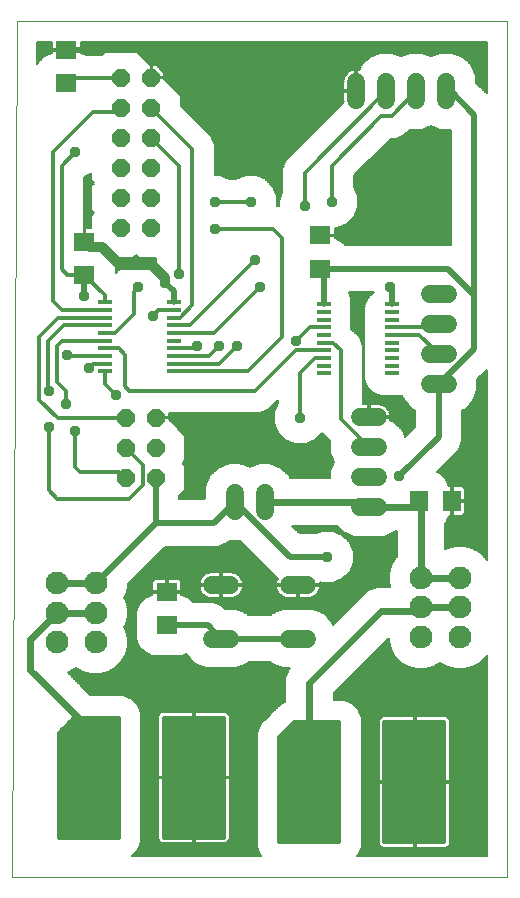
<source format=gtl>
G75*
%MOIN*%
%OFA0B0*%
%FSLAX25Y25*%
%IPPOS*%
%LPD*%
%AMOC8*
5,1,8,0,0,1.08239X$1,22.5*
%
%ADD10C,0.00000*%
%ADD11R,0.07087X0.06299*%
%ADD12R,0.06299X0.07087*%
%ADD13C,0.06000*%
%ADD14OC8,0.06000*%
%ADD15R,0.04724X0.01181*%
%ADD16C,0.07600*%
%ADD17R,0.12800X0.25400*%
%ADD18C,0.01200*%
%ADD19C,0.00600*%
%ADD20C,0.02000*%
%ADD21C,0.03765*%
%ADD22C,0.03200*%
%ADD23C,0.02400*%
D10*
X0029095Y0011756D02*
X0030595Y0297004D01*
X0194075Y0297004D01*
X0194075Y0011756D01*
X0029095Y0011756D01*
D11*
X0080595Y0095496D03*
X0080595Y0106520D03*
X0053131Y0212421D03*
X0053131Y0223445D03*
X0047095Y0276244D03*
X0047095Y0287268D03*
X0131646Y0225461D03*
X0131646Y0214437D03*
D12*
X0164493Y0136953D03*
X0175516Y0136953D03*
D13*
X0150839Y0134906D02*
X0144839Y0134906D01*
X0144839Y0144906D02*
X0150839Y0144906D01*
X0150839Y0154906D02*
X0144839Y0154906D01*
X0144839Y0164906D02*
X0150839Y0164906D01*
X0168225Y0175811D02*
X0174225Y0175811D01*
X0174225Y0185811D02*
X0168225Y0185811D01*
X0168225Y0195811D02*
X0174225Y0195811D01*
X0174225Y0205811D02*
X0168225Y0205811D01*
X0163764Y0270520D02*
X0163764Y0276520D01*
X0153764Y0276520D02*
X0153764Y0270520D01*
X0143764Y0270520D02*
X0143764Y0276520D01*
X0173764Y0276520D02*
X0173764Y0270520D01*
X0113154Y0139638D02*
X0113154Y0133638D01*
X0103154Y0133638D02*
X0103154Y0139638D01*
X0101701Y0108884D02*
X0095701Y0108884D01*
X0095701Y0091084D02*
X0101701Y0091084D01*
X0121301Y0091084D02*
X0127301Y0091084D01*
X0127301Y0108884D02*
X0121301Y0108884D01*
D14*
X0076855Y0144669D03*
X0076855Y0154669D03*
X0076855Y0164669D03*
X0066855Y0164669D03*
X0066855Y0154669D03*
X0066855Y0144669D03*
X0065355Y0227965D03*
X0065355Y0237965D03*
X0065355Y0247965D03*
X0065355Y0257965D03*
X0065355Y0267965D03*
X0065355Y0277965D03*
X0075355Y0277965D03*
X0075355Y0267965D03*
X0075355Y0257965D03*
X0075355Y0247965D03*
X0075355Y0237965D03*
X0075355Y0227965D03*
D15*
X0082839Y0203232D03*
X0082839Y0200673D03*
X0082839Y0198114D03*
X0082839Y0195555D03*
X0082839Y0192996D03*
X0082839Y0190437D03*
X0082839Y0187878D03*
X0082839Y0185319D03*
X0082839Y0182760D03*
X0082839Y0180201D03*
X0060004Y0180201D03*
X0060004Y0182760D03*
X0060004Y0185319D03*
X0060004Y0187878D03*
X0060004Y0190437D03*
X0060004Y0192996D03*
X0060004Y0195555D03*
X0060004Y0198114D03*
X0060004Y0200673D03*
X0060004Y0203232D03*
X0132839Y0202523D03*
X0132839Y0199964D03*
X0132839Y0197406D03*
X0132839Y0194846D03*
X0132839Y0192287D03*
X0132839Y0189728D03*
X0132839Y0187169D03*
X0132839Y0184610D03*
X0132839Y0182051D03*
X0132839Y0179493D03*
X0155674Y0179493D03*
X0155674Y0182051D03*
X0155674Y0184610D03*
X0155674Y0187169D03*
X0155674Y0189728D03*
X0155674Y0192287D03*
X0155674Y0194846D03*
X0155674Y0197406D03*
X0155674Y0199964D03*
X0155674Y0202523D03*
D16*
X0165280Y0111323D03*
X0165280Y0101480D03*
X0165280Y0091638D03*
X0178272Y0091638D03*
X0178272Y0101480D03*
X0178272Y0111323D03*
X0056855Y0109630D03*
X0056855Y0099787D03*
X0056855Y0089945D03*
X0043863Y0089945D03*
X0043863Y0099787D03*
X0043863Y0109630D03*
D17*
X0054595Y0044756D03*
X0089713Y0044756D03*
X0128095Y0043256D03*
X0163213Y0043256D03*
D18*
X0173095Y0042917D02*
X0153095Y0042917D01*
X0153095Y0041719D02*
X0173095Y0041719D01*
X0173095Y0040520D02*
X0153095Y0040520D01*
X0153095Y0039322D02*
X0173095Y0039322D01*
X0173095Y0038123D02*
X0153095Y0038123D01*
X0153095Y0036925D02*
X0173095Y0036925D01*
X0173095Y0035726D02*
X0153095Y0035726D01*
X0153095Y0034528D02*
X0173095Y0034528D01*
X0173095Y0033329D02*
X0153095Y0033329D01*
X0153095Y0032131D02*
X0173095Y0032131D01*
X0173095Y0030932D02*
X0153095Y0030932D01*
X0153095Y0029734D02*
X0173095Y0029734D01*
X0173095Y0028535D02*
X0153095Y0028535D01*
X0153095Y0027337D02*
X0173095Y0027337D01*
X0173095Y0026138D02*
X0153095Y0026138D01*
X0153095Y0024940D02*
X0173095Y0024940D01*
X0173095Y0023741D02*
X0153095Y0023741D01*
X0153095Y0023256D02*
X0153095Y0063256D01*
X0173095Y0063256D01*
X0173095Y0023256D01*
X0153095Y0023256D01*
X0138095Y0023256D02*
X0118095Y0023256D01*
X0118095Y0058256D01*
X0123095Y0063256D01*
X0138095Y0063256D01*
X0138095Y0023256D01*
X0138095Y0023741D02*
X0118095Y0023741D01*
X0118095Y0024940D02*
X0138095Y0024940D01*
X0138095Y0026138D02*
X0118095Y0026138D01*
X0118095Y0027337D02*
X0138095Y0027337D01*
X0138095Y0028535D02*
X0118095Y0028535D01*
X0118095Y0029734D02*
X0138095Y0029734D01*
X0138095Y0030932D02*
X0118095Y0030932D01*
X0118095Y0032131D02*
X0138095Y0032131D01*
X0138095Y0033329D02*
X0118095Y0033329D01*
X0118095Y0034528D02*
X0138095Y0034528D01*
X0138095Y0035726D02*
X0118095Y0035726D01*
X0118095Y0036925D02*
X0138095Y0036925D01*
X0138095Y0038123D02*
X0118095Y0038123D01*
X0118095Y0039322D02*
X0138095Y0039322D01*
X0138095Y0040520D02*
X0118095Y0040520D01*
X0118095Y0041719D02*
X0138095Y0041719D01*
X0138095Y0042917D02*
X0118095Y0042917D01*
X0118095Y0044116D02*
X0138095Y0044116D01*
X0138095Y0045314D02*
X0118095Y0045314D01*
X0118095Y0046513D02*
X0138095Y0046513D01*
X0138095Y0047711D02*
X0118095Y0047711D01*
X0118095Y0048910D02*
X0138095Y0048910D01*
X0138095Y0050108D02*
X0118095Y0050108D01*
X0118095Y0051307D02*
X0138095Y0051307D01*
X0138095Y0052505D02*
X0118095Y0052505D01*
X0118095Y0053704D02*
X0138095Y0053704D01*
X0138095Y0054902D02*
X0118095Y0054902D01*
X0118095Y0056101D02*
X0138095Y0056101D01*
X0138095Y0057299D02*
X0118095Y0057299D01*
X0118337Y0058498D02*
X0138095Y0058498D01*
X0138095Y0059696D02*
X0119536Y0059696D01*
X0120734Y0060895D02*
X0138095Y0060895D01*
X0138095Y0062093D02*
X0121933Y0062093D01*
X0099595Y0062093D02*
X0079595Y0062093D01*
X0079595Y0060895D02*
X0099595Y0060895D01*
X0099595Y0059696D02*
X0079595Y0059696D01*
X0079595Y0058498D02*
X0099595Y0058498D01*
X0099595Y0057299D02*
X0079595Y0057299D01*
X0079595Y0056101D02*
X0099595Y0056101D01*
X0099595Y0054902D02*
X0079595Y0054902D01*
X0079595Y0053704D02*
X0099595Y0053704D01*
X0099595Y0052505D02*
X0079595Y0052505D01*
X0079595Y0051307D02*
X0099595Y0051307D01*
X0099595Y0050108D02*
X0079595Y0050108D01*
X0079595Y0048910D02*
X0099595Y0048910D01*
X0099595Y0047711D02*
X0079595Y0047711D01*
X0079595Y0046513D02*
X0099595Y0046513D01*
X0099595Y0045314D02*
X0079595Y0045314D01*
X0079595Y0044116D02*
X0099595Y0044116D01*
X0099595Y0042917D02*
X0079595Y0042917D01*
X0079595Y0041719D02*
X0099595Y0041719D01*
X0099595Y0040520D02*
X0079595Y0040520D01*
X0079595Y0039322D02*
X0099595Y0039322D01*
X0099595Y0038123D02*
X0079595Y0038123D01*
X0079595Y0036925D02*
X0099595Y0036925D01*
X0099595Y0035726D02*
X0079595Y0035726D01*
X0079595Y0034528D02*
X0099595Y0034528D01*
X0099595Y0033329D02*
X0079595Y0033329D01*
X0079595Y0032131D02*
X0099595Y0032131D01*
X0099595Y0030932D02*
X0079595Y0030932D01*
X0079595Y0029734D02*
X0099595Y0029734D01*
X0099595Y0028535D02*
X0079595Y0028535D01*
X0079595Y0027337D02*
X0099595Y0027337D01*
X0099595Y0026138D02*
X0079595Y0026138D01*
X0079595Y0024940D02*
X0099595Y0024940D01*
X0099595Y0024756D02*
X0079595Y0024756D01*
X0079595Y0064756D01*
X0099595Y0064756D01*
X0099595Y0024756D01*
X0099595Y0063292D02*
X0079595Y0063292D01*
X0079595Y0064490D02*
X0099595Y0064490D01*
X0064595Y0064490D02*
X0049330Y0064490D01*
X0049595Y0064756D02*
X0064595Y0064756D01*
X0064595Y0024756D01*
X0044595Y0024756D01*
X0044595Y0059756D01*
X0049595Y0064756D01*
X0048131Y0063292D02*
X0064595Y0063292D01*
X0064595Y0062093D02*
X0046933Y0062093D01*
X0045734Y0060895D02*
X0064595Y0060895D01*
X0064595Y0059696D02*
X0044595Y0059696D01*
X0044595Y0058498D02*
X0064595Y0058498D01*
X0064595Y0057299D02*
X0044595Y0057299D01*
X0044595Y0056101D02*
X0064595Y0056101D01*
X0064595Y0054902D02*
X0044595Y0054902D01*
X0044595Y0053704D02*
X0064595Y0053704D01*
X0064595Y0052505D02*
X0044595Y0052505D01*
X0044595Y0051307D02*
X0064595Y0051307D01*
X0064595Y0050108D02*
X0044595Y0050108D01*
X0044595Y0048910D02*
X0064595Y0048910D01*
X0064595Y0047711D02*
X0044595Y0047711D01*
X0044595Y0046513D02*
X0064595Y0046513D01*
X0064595Y0045314D02*
X0044595Y0045314D01*
X0044595Y0044116D02*
X0064595Y0044116D01*
X0064595Y0042917D02*
X0044595Y0042917D01*
X0044595Y0041719D02*
X0064595Y0041719D01*
X0064595Y0040520D02*
X0044595Y0040520D01*
X0044595Y0039322D02*
X0064595Y0039322D01*
X0064595Y0038123D02*
X0044595Y0038123D01*
X0044595Y0036925D02*
X0064595Y0036925D01*
X0064595Y0035726D02*
X0044595Y0035726D01*
X0044595Y0034528D02*
X0064595Y0034528D01*
X0064595Y0033329D02*
X0044595Y0033329D01*
X0044595Y0032131D02*
X0064595Y0032131D01*
X0064595Y0030932D02*
X0044595Y0030932D01*
X0044595Y0029734D02*
X0064595Y0029734D01*
X0064595Y0028535D02*
X0044595Y0028535D01*
X0044595Y0027337D02*
X0064595Y0027337D01*
X0064595Y0026138D02*
X0044595Y0026138D01*
X0044595Y0024940D02*
X0064595Y0024940D01*
X0068095Y0137756D02*
X0044095Y0137756D01*
X0041178Y0140673D01*
X0041178Y0161673D01*
X0044182Y0164669D02*
X0038095Y0170756D01*
X0038095Y0191756D01*
X0044453Y0198114D01*
X0060004Y0198114D01*
X0060004Y0200673D02*
X0045678Y0200673D01*
X0042595Y0203756D01*
X0042595Y0253256D01*
X0056095Y0266756D01*
X0064146Y0266756D01*
X0065355Y0267965D01*
X0065355Y0277965D02*
X0048816Y0277965D01*
X0047095Y0276244D01*
X0050095Y0253256D02*
X0045595Y0248756D01*
X0045595Y0214256D01*
X0047430Y0212421D01*
X0053131Y0212421D01*
X0060004Y0205548D01*
X0060004Y0203232D01*
X0060004Y0195555D02*
X0046394Y0195555D01*
X0041095Y0190256D01*
X0041095Y0173839D01*
X0041178Y0173756D01*
X0044095Y0176756D02*
X0044095Y0188756D01*
X0045595Y0190256D01*
X0059823Y0190256D01*
X0060004Y0190437D01*
X0060004Y0187878D02*
X0064473Y0187878D01*
X0066595Y0185756D01*
X0066595Y0175256D01*
X0068095Y0173756D01*
X0110095Y0173756D01*
X0123512Y0187173D01*
X0132835Y0187173D01*
X0132839Y0187169D01*
X0132752Y0187256D01*
X0132839Y0189728D02*
X0136123Y0189728D01*
X0138595Y0187256D01*
X0138595Y0164150D01*
X0147839Y0154906D01*
X0132839Y0184610D02*
X0129949Y0184610D01*
X0125095Y0179756D01*
X0125095Y0164756D01*
X0123595Y0190256D02*
X0128186Y0194846D01*
X0132839Y0194846D01*
X0132196Y0213888D02*
X0131646Y0214437D01*
X0119095Y0224756D02*
X0118118Y0225733D01*
X0116095Y0227756D01*
X0096595Y0227756D01*
X0096595Y0236756D02*
X0108595Y0236756D01*
X0118118Y0225733D02*
X0119095Y0224756D01*
X0119095Y0191756D01*
X0107540Y0180201D01*
X0082839Y0180201D01*
X0082839Y0182760D02*
X0098099Y0182760D01*
X0104095Y0188756D01*
X0098095Y0188756D02*
X0094658Y0185319D01*
X0082839Y0185319D01*
X0082839Y0187878D02*
X0089717Y0187878D01*
X0090595Y0188756D01*
X0096335Y0192996D02*
X0111595Y0208256D01*
X0110095Y0217256D02*
X0088394Y0195555D01*
X0082839Y0195555D01*
X0082839Y0192996D02*
X0096335Y0192996D01*
X0089095Y0202256D02*
X0089095Y0254224D01*
X0075355Y0267965D01*
X0075355Y0257965D02*
X0084595Y0248724D01*
X0084595Y0212756D01*
X0089095Y0202256D02*
X0084953Y0198114D01*
X0082839Y0198114D01*
X0082839Y0200673D02*
X0077780Y0200673D01*
X0075871Y0198764D01*
X0069595Y0199256D02*
X0069595Y0206756D01*
X0071095Y0208256D01*
X0069595Y0199256D02*
X0063335Y0192996D01*
X0060004Y0192996D01*
X0060004Y0185319D02*
X0047615Y0185319D01*
X0047178Y0185756D01*
X0044095Y0176756D02*
X0047095Y0173756D01*
X0047095Y0169256D01*
X0044182Y0164669D02*
X0066855Y0164669D01*
X0063595Y0172256D02*
X0060004Y0175847D01*
X0060004Y0180201D01*
X0060004Y0182760D02*
X0056099Y0182760D01*
X0054595Y0181256D01*
X0050095Y0160256D02*
X0050095Y0148256D01*
X0051595Y0146756D01*
X0064768Y0146756D01*
X0066855Y0144669D01*
X0072595Y0142256D02*
X0068095Y0137756D01*
X0072595Y0142256D02*
X0072595Y0148929D01*
X0066855Y0154669D01*
X0126595Y0235256D02*
X0126595Y0246350D01*
X0153764Y0273520D01*
X0152095Y0265256D02*
X0135595Y0248756D01*
X0135595Y0236756D01*
X0152095Y0265256D02*
X0155501Y0265256D01*
X0163764Y0273520D01*
X0171225Y0195811D02*
X0170260Y0194846D01*
X0155674Y0194846D01*
X0155674Y0192287D02*
X0164749Y0192287D01*
X0171225Y0185811D01*
X0173095Y0062093D02*
X0153095Y0062093D01*
X0153095Y0060895D02*
X0173095Y0060895D01*
X0173095Y0059696D02*
X0153095Y0059696D01*
X0153095Y0058498D02*
X0173095Y0058498D01*
X0173095Y0057299D02*
X0153095Y0057299D01*
X0153095Y0056101D02*
X0173095Y0056101D01*
X0173095Y0054902D02*
X0153095Y0054902D01*
X0153095Y0053704D02*
X0173095Y0053704D01*
X0173095Y0052505D02*
X0153095Y0052505D01*
X0153095Y0051307D02*
X0173095Y0051307D01*
X0173095Y0050108D02*
X0153095Y0050108D01*
X0153095Y0048910D02*
X0173095Y0048910D01*
X0173095Y0047711D02*
X0153095Y0047711D01*
X0153095Y0046513D02*
X0173095Y0046513D01*
X0173095Y0045314D02*
X0153095Y0045314D01*
X0153095Y0044116D02*
X0173095Y0044116D01*
D19*
X0174995Y0044076D02*
X0187175Y0044076D01*
X0187175Y0044674D02*
X0174995Y0044674D01*
X0174995Y0045273D02*
X0187175Y0045273D01*
X0187175Y0045871D02*
X0174995Y0045871D01*
X0174995Y0046470D02*
X0187175Y0046470D01*
X0187175Y0047068D02*
X0174995Y0047068D01*
X0174995Y0047667D02*
X0187175Y0047667D01*
X0187175Y0048265D02*
X0174995Y0048265D01*
X0174995Y0048864D02*
X0187175Y0048864D01*
X0187175Y0049462D02*
X0174995Y0049462D01*
X0174995Y0050061D02*
X0187175Y0050061D01*
X0187175Y0050659D02*
X0174995Y0050659D01*
X0174995Y0051258D02*
X0187175Y0051258D01*
X0187175Y0051856D02*
X0174995Y0051856D01*
X0174995Y0052455D02*
X0187175Y0052455D01*
X0187175Y0053053D02*
X0174995Y0053053D01*
X0174995Y0053652D02*
X0187175Y0053652D01*
X0187175Y0054250D02*
X0174995Y0054250D01*
X0174995Y0054849D02*
X0187175Y0054849D01*
X0187175Y0055447D02*
X0174995Y0055447D01*
X0174995Y0056046D02*
X0187175Y0056046D01*
X0187175Y0056644D02*
X0174995Y0056644D01*
X0174995Y0057243D02*
X0187175Y0057243D01*
X0187175Y0057841D02*
X0174995Y0057841D01*
X0174995Y0058440D02*
X0187175Y0058440D01*
X0187175Y0059038D02*
X0174995Y0059038D01*
X0174995Y0059637D02*
X0187175Y0059637D01*
X0187175Y0060235D02*
X0174995Y0060235D01*
X0174995Y0060834D02*
X0187175Y0060834D01*
X0187175Y0061432D02*
X0174995Y0061432D01*
X0174995Y0062031D02*
X0187175Y0062031D01*
X0187175Y0062629D02*
X0174995Y0062629D01*
X0174995Y0063228D02*
X0187175Y0063228D01*
X0187175Y0063826D02*
X0174909Y0063826D01*
X0174866Y0063989D02*
X0174616Y0064423D01*
X0174262Y0064776D01*
X0173829Y0065026D01*
X0173345Y0065156D01*
X0163513Y0065156D01*
X0163513Y0043556D01*
X0162913Y0043556D01*
X0162913Y0042956D01*
X0151195Y0042956D01*
X0151195Y0023006D01*
X0151325Y0022523D01*
X0151575Y0022089D01*
X0151928Y0021736D01*
X0152362Y0021485D01*
X0152845Y0021356D01*
X0153345Y0021356D01*
X0162913Y0021356D01*
X0162913Y0042956D01*
X0163513Y0042956D01*
X0163513Y0021356D01*
X0173345Y0021356D01*
X0173829Y0021485D01*
X0174262Y0021736D01*
X0174616Y0022089D01*
X0174866Y0022523D01*
X0174995Y0023006D01*
X0174995Y0042956D01*
X0163513Y0042956D01*
X0163513Y0043556D01*
X0174995Y0043556D01*
X0174995Y0063506D01*
X0174866Y0063989D01*
X0174613Y0064425D02*
X0187175Y0064425D01*
X0187175Y0065023D02*
X0173834Y0065023D01*
X0163513Y0065023D02*
X0162913Y0065023D01*
X0162913Y0065156D02*
X0152845Y0065156D01*
X0152362Y0065026D01*
X0151928Y0064776D01*
X0151575Y0064423D01*
X0151325Y0063989D01*
X0151195Y0063506D01*
X0151195Y0043556D01*
X0162913Y0043556D01*
X0162913Y0065156D01*
X0162913Y0064425D02*
X0163513Y0064425D01*
X0163513Y0063826D02*
X0162913Y0063826D01*
X0162913Y0063228D02*
X0163513Y0063228D01*
X0163513Y0062629D02*
X0162913Y0062629D01*
X0162913Y0062031D02*
X0163513Y0062031D01*
X0163513Y0061432D02*
X0162913Y0061432D01*
X0162913Y0060834D02*
X0163513Y0060834D01*
X0163513Y0060235D02*
X0162913Y0060235D01*
X0162913Y0059637D02*
X0163513Y0059637D01*
X0163513Y0059038D02*
X0162913Y0059038D01*
X0162913Y0058440D02*
X0163513Y0058440D01*
X0163513Y0057841D02*
X0162913Y0057841D01*
X0162913Y0057243D02*
X0163513Y0057243D01*
X0163513Y0056644D02*
X0162913Y0056644D01*
X0162913Y0056046D02*
X0163513Y0056046D01*
X0163513Y0055447D02*
X0162913Y0055447D01*
X0162913Y0054849D02*
X0163513Y0054849D01*
X0163513Y0054250D02*
X0162913Y0054250D01*
X0162913Y0053652D02*
X0163513Y0053652D01*
X0163513Y0053053D02*
X0162913Y0053053D01*
X0162913Y0052455D02*
X0163513Y0052455D01*
X0163513Y0051856D02*
X0162913Y0051856D01*
X0162913Y0051258D02*
X0163513Y0051258D01*
X0163513Y0050659D02*
X0162913Y0050659D01*
X0162913Y0050061D02*
X0163513Y0050061D01*
X0163513Y0049462D02*
X0162913Y0049462D01*
X0162913Y0048864D02*
X0163513Y0048864D01*
X0163513Y0048265D02*
X0162913Y0048265D01*
X0162913Y0047667D02*
X0163513Y0047667D01*
X0163513Y0047068D02*
X0162913Y0047068D01*
X0162913Y0046470D02*
X0163513Y0046470D01*
X0163513Y0045871D02*
X0162913Y0045871D01*
X0162913Y0045273D02*
X0163513Y0045273D01*
X0163513Y0044674D02*
X0162913Y0044674D01*
X0162913Y0044076D02*
X0163513Y0044076D01*
X0163513Y0043477D02*
X0187175Y0043477D01*
X0187175Y0042878D02*
X0174995Y0042878D01*
X0174995Y0042280D02*
X0187175Y0042280D01*
X0187175Y0041681D02*
X0174995Y0041681D01*
X0174995Y0041083D02*
X0187175Y0041083D01*
X0187175Y0040484D02*
X0174995Y0040484D01*
X0174995Y0039886D02*
X0187175Y0039886D01*
X0187175Y0039287D02*
X0174995Y0039287D01*
X0174995Y0038689D02*
X0187175Y0038689D01*
X0187175Y0038090D02*
X0174995Y0038090D01*
X0174995Y0037492D02*
X0187175Y0037492D01*
X0187175Y0036893D02*
X0174995Y0036893D01*
X0174995Y0036295D02*
X0187175Y0036295D01*
X0187175Y0035696D02*
X0174995Y0035696D01*
X0174995Y0035098D02*
X0187175Y0035098D01*
X0187175Y0034499D02*
X0174995Y0034499D01*
X0174995Y0033901D02*
X0187175Y0033901D01*
X0187175Y0033302D02*
X0174995Y0033302D01*
X0174995Y0032704D02*
X0187175Y0032704D01*
X0187175Y0032105D02*
X0174995Y0032105D01*
X0174995Y0031507D02*
X0187175Y0031507D01*
X0187175Y0030908D02*
X0174995Y0030908D01*
X0174995Y0030310D02*
X0187175Y0030310D01*
X0187175Y0029711D02*
X0174995Y0029711D01*
X0174995Y0029113D02*
X0187175Y0029113D01*
X0187175Y0028514D02*
X0174995Y0028514D01*
X0174995Y0027916D02*
X0187175Y0027916D01*
X0187175Y0027317D02*
X0174995Y0027317D01*
X0174995Y0026719D02*
X0187175Y0026719D01*
X0187175Y0026120D02*
X0174995Y0026120D01*
X0174995Y0025522D02*
X0187175Y0025522D01*
X0187175Y0024923D02*
X0174995Y0024923D01*
X0174995Y0024325D02*
X0187175Y0024325D01*
X0187175Y0023726D02*
X0174995Y0023726D01*
X0174995Y0023128D02*
X0187175Y0023128D01*
X0187175Y0022529D02*
X0174867Y0022529D01*
X0174457Y0021931D02*
X0187175Y0021931D01*
X0187175Y0021332D02*
X0145416Y0021332D01*
X0145595Y0021764D02*
X0145595Y0064748D01*
X0144453Y0067504D01*
X0142344Y0069614D01*
X0139587Y0070756D01*
X0136195Y0070756D01*
X0136195Y0072901D01*
X0154580Y0091286D01*
X0154580Y0090229D01*
X0155309Y0087508D01*
X0156718Y0085068D01*
X0158710Y0083076D01*
X0161150Y0081667D01*
X0163871Y0080938D01*
X0166689Y0080938D01*
X0169410Y0081667D01*
X0171776Y0083033D01*
X0174142Y0081667D01*
X0176864Y0080938D01*
X0179681Y0080938D01*
X0182402Y0081667D01*
X0184842Y0083076D01*
X0186834Y0085068D01*
X0187175Y0085659D01*
X0187175Y0018656D01*
X0144102Y0018656D01*
X0144453Y0019007D01*
X0145595Y0021764D01*
X0145595Y0021931D02*
X0151733Y0021931D01*
X0151323Y0022529D02*
X0145595Y0022529D01*
X0145595Y0023128D02*
X0151195Y0023128D01*
X0151195Y0023726D02*
X0145595Y0023726D01*
X0145595Y0024325D02*
X0151195Y0024325D01*
X0151195Y0024923D02*
X0145595Y0024923D01*
X0145595Y0025522D02*
X0151195Y0025522D01*
X0151195Y0026120D02*
X0145595Y0026120D01*
X0145595Y0026719D02*
X0151195Y0026719D01*
X0151195Y0027317D02*
X0145595Y0027317D01*
X0145595Y0027916D02*
X0151195Y0027916D01*
X0151195Y0028514D02*
X0145595Y0028514D01*
X0145595Y0029113D02*
X0151195Y0029113D01*
X0151195Y0029711D02*
X0145595Y0029711D01*
X0145595Y0030310D02*
X0151195Y0030310D01*
X0151195Y0030908D02*
X0145595Y0030908D01*
X0145595Y0031507D02*
X0151195Y0031507D01*
X0151195Y0032105D02*
X0145595Y0032105D01*
X0145595Y0032704D02*
X0151195Y0032704D01*
X0151195Y0033302D02*
X0145595Y0033302D01*
X0145595Y0033901D02*
X0151195Y0033901D01*
X0151195Y0034499D02*
X0145595Y0034499D01*
X0145595Y0035098D02*
X0151195Y0035098D01*
X0151195Y0035696D02*
X0145595Y0035696D01*
X0145595Y0036295D02*
X0151195Y0036295D01*
X0151195Y0036893D02*
X0145595Y0036893D01*
X0145595Y0037492D02*
X0151195Y0037492D01*
X0151195Y0038090D02*
X0145595Y0038090D01*
X0145595Y0038689D02*
X0151195Y0038689D01*
X0151195Y0039287D02*
X0145595Y0039287D01*
X0145595Y0039886D02*
X0151195Y0039886D01*
X0151195Y0040484D02*
X0145595Y0040484D01*
X0145595Y0041083D02*
X0151195Y0041083D01*
X0151195Y0041681D02*
X0145595Y0041681D01*
X0145595Y0042280D02*
X0151195Y0042280D01*
X0151195Y0042878D02*
X0145595Y0042878D01*
X0145595Y0043477D02*
X0162913Y0043477D01*
X0162913Y0042878D02*
X0163513Y0042878D01*
X0163513Y0042280D02*
X0162913Y0042280D01*
X0162913Y0041681D02*
X0163513Y0041681D01*
X0163513Y0041083D02*
X0162913Y0041083D01*
X0162913Y0040484D02*
X0163513Y0040484D01*
X0163513Y0039886D02*
X0162913Y0039886D01*
X0162913Y0039287D02*
X0163513Y0039287D01*
X0163513Y0038689D02*
X0162913Y0038689D01*
X0162913Y0038090D02*
X0163513Y0038090D01*
X0163513Y0037492D02*
X0162913Y0037492D01*
X0162913Y0036893D02*
X0163513Y0036893D01*
X0163513Y0036295D02*
X0162913Y0036295D01*
X0162913Y0035696D02*
X0163513Y0035696D01*
X0163513Y0035098D02*
X0162913Y0035098D01*
X0162913Y0034499D02*
X0163513Y0034499D01*
X0163513Y0033901D02*
X0162913Y0033901D01*
X0162913Y0033302D02*
X0163513Y0033302D01*
X0163513Y0032704D02*
X0162913Y0032704D01*
X0162913Y0032105D02*
X0163513Y0032105D01*
X0163513Y0031507D02*
X0162913Y0031507D01*
X0162913Y0030908D02*
X0163513Y0030908D01*
X0163513Y0030310D02*
X0162913Y0030310D01*
X0162913Y0029711D02*
X0163513Y0029711D01*
X0163513Y0029113D02*
X0162913Y0029113D01*
X0162913Y0028514D02*
X0163513Y0028514D01*
X0163513Y0027916D02*
X0162913Y0027916D01*
X0162913Y0027317D02*
X0163513Y0027317D01*
X0163513Y0026719D02*
X0162913Y0026719D01*
X0162913Y0026120D02*
X0163513Y0026120D01*
X0163513Y0025522D02*
X0162913Y0025522D01*
X0162913Y0024923D02*
X0163513Y0024923D01*
X0163513Y0024325D02*
X0162913Y0024325D01*
X0162913Y0023726D02*
X0163513Y0023726D01*
X0163513Y0023128D02*
X0162913Y0023128D01*
X0162913Y0022529D02*
X0163513Y0022529D01*
X0163513Y0021931D02*
X0162913Y0021931D01*
X0151195Y0044076D02*
X0145595Y0044076D01*
X0145595Y0044674D02*
X0151195Y0044674D01*
X0151195Y0045273D02*
X0145595Y0045273D01*
X0145595Y0045871D02*
X0151195Y0045871D01*
X0151195Y0046470D02*
X0145595Y0046470D01*
X0145595Y0047068D02*
X0151195Y0047068D01*
X0151195Y0047667D02*
X0145595Y0047667D01*
X0145595Y0048265D02*
X0151195Y0048265D01*
X0151195Y0048864D02*
X0145595Y0048864D01*
X0145595Y0049462D02*
X0151195Y0049462D01*
X0151195Y0050061D02*
X0145595Y0050061D01*
X0145595Y0050659D02*
X0151195Y0050659D01*
X0151195Y0051258D02*
X0145595Y0051258D01*
X0145595Y0051856D02*
X0151195Y0051856D01*
X0151195Y0052455D02*
X0145595Y0052455D01*
X0145595Y0053053D02*
X0151195Y0053053D01*
X0151195Y0053652D02*
X0145595Y0053652D01*
X0145595Y0054250D02*
X0151195Y0054250D01*
X0151195Y0054849D02*
X0145595Y0054849D01*
X0145595Y0055447D02*
X0151195Y0055447D01*
X0151195Y0056046D02*
X0145595Y0056046D01*
X0145595Y0056644D02*
X0151195Y0056644D01*
X0151195Y0057243D02*
X0145595Y0057243D01*
X0145595Y0057841D02*
X0151195Y0057841D01*
X0151195Y0058440D02*
X0145595Y0058440D01*
X0145595Y0059038D02*
X0151195Y0059038D01*
X0151195Y0059637D02*
X0145595Y0059637D01*
X0145595Y0060235D02*
X0151195Y0060235D01*
X0151195Y0060834D02*
X0145595Y0060834D01*
X0145595Y0061432D02*
X0151195Y0061432D01*
X0151195Y0062031D02*
X0145595Y0062031D01*
X0145595Y0062629D02*
X0151195Y0062629D01*
X0151195Y0063228D02*
X0145595Y0063228D01*
X0145595Y0063826D02*
X0151281Y0063826D01*
X0151577Y0064425D02*
X0145595Y0064425D01*
X0145481Y0065023D02*
X0152357Y0065023D01*
X0145233Y0065622D02*
X0187175Y0065622D01*
X0187175Y0066220D02*
X0144985Y0066220D01*
X0144737Y0066819D02*
X0187175Y0066819D01*
X0187175Y0067417D02*
X0144489Y0067417D01*
X0143942Y0068016D02*
X0187175Y0068016D01*
X0187175Y0068614D02*
X0143343Y0068614D01*
X0142745Y0069213D02*
X0187175Y0069213D01*
X0187175Y0069812D02*
X0141867Y0069812D01*
X0140422Y0070410D02*
X0187175Y0070410D01*
X0187175Y0071009D02*
X0136195Y0071009D01*
X0136195Y0071607D02*
X0187175Y0071607D01*
X0187175Y0072206D02*
X0136195Y0072206D01*
X0136195Y0072804D02*
X0187175Y0072804D01*
X0187175Y0073403D02*
X0136697Y0073403D01*
X0137295Y0074001D02*
X0187175Y0074001D01*
X0187175Y0074600D02*
X0137894Y0074600D01*
X0138492Y0075198D02*
X0187175Y0075198D01*
X0187175Y0075797D02*
X0139091Y0075797D01*
X0139689Y0076395D02*
X0187175Y0076395D01*
X0187175Y0076994D02*
X0140288Y0076994D01*
X0140887Y0077592D02*
X0187175Y0077592D01*
X0187175Y0078191D02*
X0141485Y0078191D01*
X0142084Y0078789D02*
X0187175Y0078789D01*
X0187175Y0079388D02*
X0142682Y0079388D01*
X0143281Y0079986D02*
X0187175Y0079986D01*
X0187175Y0080585D02*
X0143879Y0080585D01*
X0144478Y0081183D02*
X0162956Y0081183D01*
X0160951Y0081782D02*
X0145076Y0081782D01*
X0145675Y0082380D02*
X0159915Y0082380D01*
X0158878Y0082979D02*
X0146273Y0082979D01*
X0146872Y0083577D02*
X0158209Y0083577D01*
X0157610Y0084176D02*
X0147470Y0084176D01*
X0148069Y0084774D02*
X0157012Y0084774D01*
X0156542Y0085373D02*
X0148667Y0085373D01*
X0149266Y0085971D02*
X0156196Y0085971D01*
X0155851Y0086570D02*
X0149864Y0086570D01*
X0150463Y0087168D02*
X0155505Y0087168D01*
X0155240Y0087767D02*
X0151061Y0087767D01*
X0151660Y0088365D02*
X0155080Y0088365D01*
X0154919Y0088964D02*
X0152258Y0088964D01*
X0152857Y0089562D02*
X0154759Y0089562D01*
X0154598Y0090161D02*
X0153455Y0090161D01*
X0154054Y0090759D02*
X0154580Y0090759D01*
X0143712Y0103328D02*
X0096024Y0103328D01*
X0095860Y0103396D02*
X0089146Y0103396D01*
X0088047Y0104495D01*
X0085511Y0105546D01*
X0085438Y0105546D01*
X0085438Y0106220D01*
X0080895Y0106220D01*
X0080895Y0106820D01*
X0080295Y0106820D01*
X0080295Y0110969D01*
X0076881Y0110969D01*
X0076550Y0110881D01*
X0076254Y0110710D01*
X0076012Y0110468D01*
X0075840Y0110171D01*
X0075752Y0109840D01*
X0075752Y0106820D01*
X0080295Y0106820D01*
X0080295Y0106220D01*
X0075752Y0106220D01*
X0075752Y0105546D01*
X0075679Y0105546D01*
X0073143Y0104495D01*
X0071202Y0102554D01*
X0070152Y0100018D01*
X0070152Y0090974D01*
X0071202Y0088438D01*
X0073143Y0086497D01*
X0075679Y0085446D01*
X0085511Y0085446D01*
X0087055Y0086086D01*
X0087308Y0085476D01*
X0090093Y0082691D01*
X0093731Y0081184D01*
X0103670Y0081184D01*
X0107309Y0082691D01*
X0107801Y0083184D01*
X0115200Y0083184D01*
X0115693Y0082691D01*
X0119331Y0081184D01*
X0121568Y0081184D01*
X0121228Y0080844D01*
X0119995Y0077867D01*
X0119995Y0070090D01*
X0118847Y0069614D01*
X0116737Y0067504D01*
X0113847Y0064614D01*
X0111737Y0062504D01*
X0110595Y0059748D01*
X0110595Y0021764D01*
X0111737Y0019007D01*
X0112089Y0018656D01*
X0069102Y0018656D01*
X0070953Y0020507D01*
X0072095Y0023264D01*
X0072095Y0066248D01*
X0070953Y0069004D01*
X0068844Y0071114D01*
X0066087Y0072256D01*
X0055050Y0072256D01*
X0047472Y0079834D01*
X0047993Y0079974D01*
X0050359Y0081340D01*
X0052725Y0079974D01*
X0055446Y0079245D01*
X0058264Y0079245D01*
X0060985Y0079974D01*
X0063425Y0081383D01*
X0065417Y0083375D01*
X0066826Y0085815D01*
X0067555Y0088536D01*
X0067555Y0091354D01*
X0066826Y0094075D01*
X0066369Y0094866D01*
X0066826Y0095657D01*
X0067555Y0098379D01*
X0067555Y0101196D01*
X0066826Y0103917D01*
X0066369Y0104709D01*
X0066826Y0105500D01*
X0067555Y0108221D01*
X0067555Y0109158D01*
X0080127Y0121730D01*
X0097718Y0121730D01*
X0100621Y0122933D01*
X0101426Y0123738D01*
X0104882Y0123738D01*
X0117061Y0111559D01*
X0117728Y0111282D01*
X0117623Y0111138D01*
X0117316Y0110535D01*
X0117107Y0109891D01*
X0117001Y0109223D01*
X0117001Y0109184D01*
X0124001Y0109184D01*
X0124001Y0108584D01*
X0124601Y0108584D01*
X0124601Y0109184D01*
X0131601Y0109184D01*
X0131601Y0109223D01*
X0131506Y0109822D01*
X0132348Y0109473D01*
X0135842Y0109473D01*
X0139070Y0110810D01*
X0141541Y0113281D01*
X0142878Y0116509D01*
X0142878Y0120003D01*
X0141541Y0123231D01*
X0139070Y0125701D01*
X0135842Y0127039D01*
X0132348Y0127039D01*
X0130217Y0126156D01*
X0124808Y0126156D01*
X0122426Y0128538D01*
X0137206Y0128538D01*
X0139231Y0126513D01*
X0142870Y0125006D01*
X0152808Y0125006D01*
X0156447Y0126513D01*
X0156740Y0126806D01*
X0157180Y0126806D01*
X0157180Y0118355D01*
X0156718Y0117893D01*
X0155309Y0115453D01*
X0154580Y0112732D01*
X0154580Y0109914D01*
X0154998Y0108356D01*
X0150484Y0108356D01*
X0147507Y0107123D01*
X0145228Y0104844D01*
X0136098Y0095714D01*
X0135693Y0096692D01*
X0132909Y0099477D01*
X0129270Y0100984D01*
X0119331Y0100984D01*
X0115693Y0099477D01*
X0115200Y0098984D01*
X0107801Y0098984D01*
X0107309Y0099477D01*
X0103670Y0100984D01*
X0099973Y0100984D01*
X0098764Y0102193D01*
X0095860Y0103396D01*
X0095362Y0104584D02*
X0098401Y0104584D01*
X0098401Y0108584D01*
X0099001Y0108584D01*
X0099001Y0109184D01*
X0106001Y0109184D01*
X0106001Y0109223D01*
X0105895Y0109891D01*
X0105686Y0110535D01*
X0105378Y0111138D01*
X0104980Y0111686D01*
X0104502Y0112164D01*
X0103954Y0112562D01*
X0103351Y0112869D01*
X0102708Y0113078D01*
X0102039Y0113184D01*
X0099001Y0113184D01*
X0099001Y0109184D01*
X0098401Y0109184D01*
X0098401Y0113184D01*
X0095362Y0113184D01*
X0094694Y0113078D01*
X0094050Y0112869D01*
X0093447Y0112562D01*
X0092899Y0112164D01*
X0092421Y0111686D01*
X0092023Y0111138D01*
X0091716Y0110535D01*
X0091507Y0109891D01*
X0091401Y0109223D01*
X0091401Y0109184D01*
X0098401Y0109184D01*
X0098401Y0108584D01*
X0091401Y0108584D01*
X0091401Y0108546D01*
X0091507Y0107877D01*
X0091716Y0107234D01*
X0092023Y0106631D01*
X0092421Y0106083D01*
X0092899Y0105604D01*
X0093447Y0105207D01*
X0094050Y0104899D01*
X0094694Y0104690D01*
X0095362Y0104584D01*
X0093610Y0105124D02*
X0086530Y0105124D01*
X0085438Y0105722D02*
X0092782Y0105722D01*
X0092248Y0106321D02*
X0080895Y0106321D01*
X0080895Y0106820D02*
X0085438Y0106820D01*
X0085438Y0109840D01*
X0085350Y0110171D01*
X0085179Y0110468D01*
X0084937Y0110710D01*
X0084640Y0110881D01*
X0084310Y0110969D01*
X0080895Y0110969D01*
X0080895Y0106820D01*
X0080895Y0106919D02*
X0080295Y0106919D01*
X0080295Y0106321D02*
X0067046Y0106321D01*
X0067206Y0106919D02*
X0075752Y0106919D01*
X0075752Y0107518D02*
X0067366Y0107518D01*
X0067527Y0108116D02*
X0075752Y0108116D01*
X0075752Y0108715D02*
X0067555Y0108715D01*
X0067711Y0109313D02*
X0075752Y0109313D01*
X0075771Y0109912D02*
X0068309Y0109912D01*
X0068908Y0110510D02*
X0076054Y0110510D01*
X0075752Y0105722D02*
X0066885Y0105722D01*
X0066609Y0105124D02*
X0074661Y0105124D01*
X0073216Y0104525D02*
X0066475Y0104525D01*
X0066820Y0103927D02*
X0072575Y0103927D01*
X0071976Y0103328D02*
X0066984Y0103328D01*
X0067144Y0102730D02*
X0071378Y0102730D01*
X0071027Y0102131D02*
X0067304Y0102131D01*
X0067465Y0101533D02*
X0070779Y0101533D01*
X0070531Y0100934D02*
X0067555Y0100934D01*
X0067555Y0100336D02*
X0070283Y0100336D01*
X0070152Y0099737D02*
X0067555Y0099737D01*
X0067555Y0099139D02*
X0070152Y0099139D01*
X0070152Y0098540D02*
X0067555Y0098540D01*
X0067438Y0097942D02*
X0070152Y0097942D01*
X0070152Y0097343D02*
X0067277Y0097343D01*
X0067117Y0096745D02*
X0070152Y0096745D01*
X0070152Y0096146D02*
X0066957Y0096146D01*
X0066762Y0095547D02*
X0070152Y0095547D01*
X0070152Y0094949D02*
X0066417Y0094949D01*
X0066667Y0094350D02*
X0070152Y0094350D01*
X0070152Y0093752D02*
X0066912Y0093752D01*
X0067073Y0093153D02*
X0070152Y0093153D01*
X0070152Y0092555D02*
X0067233Y0092555D01*
X0067393Y0091956D02*
X0070152Y0091956D01*
X0070152Y0091358D02*
X0067554Y0091358D01*
X0067555Y0090759D02*
X0070241Y0090759D01*
X0070489Y0090161D02*
X0067555Y0090161D01*
X0067555Y0089562D02*
X0070737Y0089562D01*
X0070984Y0088964D02*
X0067555Y0088964D01*
X0067509Y0088365D02*
X0071275Y0088365D01*
X0071873Y0087767D02*
X0067349Y0087767D01*
X0067188Y0087168D02*
X0072472Y0087168D01*
X0073070Y0086570D02*
X0067028Y0086570D01*
X0066868Y0085971D02*
X0074412Y0085971D01*
X0066571Y0085373D02*
X0087411Y0085373D01*
X0087103Y0085971D02*
X0086778Y0085971D01*
X0088010Y0084774D02*
X0066225Y0084774D01*
X0065879Y0084176D02*
X0088608Y0084176D01*
X0089207Y0083577D02*
X0065534Y0083577D01*
X0065021Y0082979D02*
X0089805Y0082979D01*
X0090844Y0082380D02*
X0064422Y0082380D01*
X0063824Y0081782D02*
X0092289Y0081782D01*
X0090013Y0066656D02*
X0090013Y0045056D01*
X0089413Y0045056D01*
X0089413Y0044456D01*
X0077695Y0044456D01*
X0077695Y0024506D01*
X0077825Y0024023D01*
X0078075Y0023589D01*
X0078428Y0023236D01*
X0078862Y0022985D01*
X0079345Y0022856D01*
X0079845Y0022856D01*
X0089413Y0022856D01*
X0089413Y0044456D01*
X0090013Y0044456D01*
X0090013Y0022856D01*
X0099845Y0022856D01*
X0100329Y0022985D01*
X0100762Y0023236D01*
X0101116Y0023589D01*
X0101366Y0024023D01*
X0101495Y0024506D01*
X0101495Y0044456D01*
X0090013Y0044456D01*
X0090013Y0045056D01*
X0101495Y0045056D01*
X0101495Y0065006D01*
X0101366Y0065489D01*
X0101116Y0065923D01*
X0100762Y0066276D01*
X0100329Y0066526D01*
X0099845Y0066656D01*
X0090013Y0066656D01*
X0090013Y0066220D02*
X0089413Y0066220D01*
X0089413Y0066656D02*
X0079345Y0066656D01*
X0078862Y0066526D01*
X0078428Y0066276D01*
X0078075Y0065923D01*
X0077825Y0065489D01*
X0077695Y0065006D01*
X0077695Y0045056D01*
X0089413Y0045056D01*
X0089413Y0066656D01*
X0089413Y0065622D02*
X0090013Y0065622D01*
X0090013Y0065023D02*
X0089413Y0065023D01*
X0089413Y0064425D02*
X0090013Y0064425D01*
X0090013Y0063826D02*
X0089413Y0063826D01*
X0089413Y0063228D02*
X0090013Y0063228D01*
X0090013Y0062629D02*
X0089413Y0062629D01*
X0089413Y0062031D02*
X0090013Y0062031D01*
X0090013Y0061432D02*
X0089413Y0061432D01*
X0089413Y0060834D02*
X0090013Y0060834D01*
X0090013Y0060235D02*
X0089413Y0060235D01*
X0089413Y0059637D02*
X0090013Y0059637D01*
X0090013Y0059038D02*
X0089413Y0059038D01*
X0089413Y0058440D02*
X0090013Y0058440D01*
X0090013Y0057841D02*
X0089413Y0057841D01*
X0089413Y0057243D02*
X0090013Y0057243D01*
X0090013Y0056644D02*
X0089413Y0056644D01*
X0089413Y0056046D02*
X0090013Y0056046D01*
X0090013Y0055447D02*
X0089413Y0055447D01*
X0089413Y0054849D02*
X0090013Y0054849D01*
X0090013Y0054250D02*
X0089413Y0054250D01*
X0089413Y0053652D02*
X0090013Y0053652D01*
X0090013Y0053053D02*
X0089413Y0053053D01*
X0089413Y0052455D02*
X0090013Y0052455D01*
X0090013Y0051856D02*
X0089413Y0051856D01*
X0089413Y0051258D02*
X0090013Y0051258D01*
X0090013Y0050659D02*
X0089413Y0050659D01*
X0089413Y0050061D02*
X0090013Y0050061D01*
X0090013Y0049462D02*
X0089413Y0049462D01*
X0089413Y0048864D02*
X0090013Y0048864D01*
X0090013Y0048265D02*
X0089413Y0048265D01*
X0089413Y0047667D02*
X0090013Y0047667D01*
X0090013Y0047068D02*
X0089413Y0047068D01*
X0089413Y0046470D02*
X0090013Y0046470D01*
X0090013Y0045871D02*
X0089413Y0045871D01*
X0089413Y0045273D02*
X0090013Y0045273D01*
X0090013Y0044674D02*
X0110595Y0044674D01*
X0110595Y0044076D02*
X0101495Y0044076D01*
X0101495Y0043477D02*
X0110595Y0043477D01*
X0110595Y0042878D02*
X0101495Y0042878D01*
X0101495Y0042280D02*
X0110595Y0042280D01*
X0110595Y0041681D02*
X0101495Y0041681D01*
X0101495Y0041083D02*
X0110595Y0041083D01*
X0110595Y0040484D02*
X0101495Y0040484D01*
X0101495Y0039886D02*
X0110595Y0039886D01*
X0110595Y0039287D02*
X0101495Y0039287D01*
X0101495Y0038689D02*
X0110595Y0038689D01*
X0110595Y0038090D02*
X0101495Y0038090D01*
X0101495Y0037492D02*
X0110595Y0037492D01*
X0110595Y0036893D02*
X0101495Y0036893D01*
X0101495Y0036295D02*
X0110595Y0036295D01*
X0110595Y0035696D02*
X0101495Y0035696D01*
X0101495Y0035098D02*
X0110595Y0035098D01*
X0110595Y0034499D02*
X0101495Y0034499D01*
X0101495Y0033901D02*
X0110595Y0033901D01*
X0110595Y0033302D02*
X0101495Y0033302D01*
X0101495Y0032704D02*
X0110595Y0032704D01*
X0110595Y0032105D02*
X0101495Y0032105D01*
X0101495Y0031507D02*
X0110595Y0031507D01*
X0110595Y0030908D02*
X0101495Y0030908D01*
X0101495Y0030310D02*
X0110595Y0030310D01*
X0110595Y0029711D02*
X0101495Y0029711D01*
X0101495Y0029113D02*
X0110595Y0029113D01*
X0110595Y0028514D02*
X0101495Y0028514D01*
X0101495Y0027916D02*
X0110595Y0027916D01*
X0110595Y0027317D02*
X0101495Y0027317D01*
X0101495Y0026719D02*
X0110595Y0026719D01*
X0110595Y0026120D02*
X0101495Y0026120D01*
X0101495Y0025522D02*
X0110595Y0025522D01*
X0110595Y0024923D02*
X0101495Y0024923D01*
X0101447Y0024325D02*
X0110595Y0024325D01*
X0110595Y0023726D02*
X0101195Y0023726D01*
X0100575Y0023128D02*
X0110595Y0023128D01*
X0110595Y0022529D02*
X0071791Y0022529D01*
X0072039Y0023128D02*
X0078615Y0023128D01*
X0077996Y0023726D02*
X0072095Y0023726D01*
X0072095Y0024325D02*
X0077744Y0024325D01*
X0077695Y0024923D02*
X0072095Y0024923D01*
X0072095Y0025522D02*
X0077695Y0025522D01*
X0077695Y0026120D02*
X0072095Y0026120D01*
X0072095Y0026719D02*
X0077695Y0026719D01*
X0077695Y0027317D02*
X0072095Y0027317D01*
X0072095Y0027916D02*
X0077695Y0027916D01*
X0077695Y0028514D02*
X0072095Y0028514D01*
X0072095Y0029113D02*
X0077695Y0029113D01*
X0077695Y0029711D02*
X0072095Y0029711D01*
X0072095Y0030310D02*
X0077695Y0030310D01*
X0077695Y0030908D02*
X0072095Y0030908D01*
X0072095Y0031507D02*
X0077695Y0031507D01*
X0077695Y0032105D02*
X0072095Y0032105D01*
X0072095Y0032704D02*
X0077695Y0032704D01*
X0077695Y0033302D02*
X0072095Y0033302D01*
X0072095Y0033901D02*
X0077695Y0033901D01*
X0077695Y0034499D02*
X0072095Y0034499D01*
X0072095Y0035098D02*
X0077695Y0035098D01*
X0077695Y0035696D02*
X0072095Y0035696D01*
X0072095Y0036295D02*
X0077695Y0036295D01*
X0077695Y0036893D02*
X0072095Y0036893D01*
X0072095Y0037492D02*
X0077695Y0037492D01*
X0077695Y0038090D02*
X0072095Y0038090D01*
X0072095Y0038689D02*
X0077695Y0038689D01*
X0077695Y0039287D02*
X0072095Y0039287D01*
X0072095Y0039886D02*
X0077695Y0039886D01*
X0077695Y0040484D02*
X0072095Y0040484D01*
X0072095Y0041083D02*
X0077695Y0041083D01*
X0077695Y0041681D02*
X0072095Y0041681D01*
X0072095Y0042280D02*
X0077695Y0042280D01*
X0077695Y0042878D02*
X0072095Y0042878D01*
X0072095Y0043477D02*
X0077695Y0043477D01*
X0077695Y0044076D02*
X0072095Y0044076D01*
X0072095Y0044674D02*
X0089413Y0044674D01*
X0089413Y0044076D02*
X0090013Y0044076D01*
X0090013Y0043477D02*
X0089413Y0043477D01*
X0089413Y0042878D02*
X0090013Y0042878D01*
X0090013Y0042280D02*
X0089413Y0042280D01*
X0089413Y0041681D02*
X0090013Y0041681D01*
X0090013Y0041083D02*
X0089413Y0041083D01*
X0089413Y0040484D02*
X0090013Y0040484D01*
X0090013Y0039886D02*
X0089413Y0039886D01*
X0089413Y0039287D02*
X0090013Y0039287D01*
X0090013Y0038689D02*
X0089413Y0038689D01*
X0089413Y0038090D02*
X0090013Y0038090D01*
X0090013Y0037492D02*
X0089413Y0037492D01*
X0089413Y0036893D02*
X0090013Y0036893D01*
X0090013Y0036295D02*
X0089413Y0036295D01*
X0089413Y0035696D02*
X0090013Y0035696D01*
X0090013Y0035098D02*
X0089413Y0035098D01*
X0089413Y0034499D02*
X0090013Y0034499D01*
X0090013Y0033901D02*
X0089413Y0033901D01*
X0089413Y0033302D02*
X0090013Y0033302D01*
X0090013Y0032704D02*
X0089413Y0032704D01*
X0089413Y0032105D02*
X0090013Y0032105D01*
X0090013Y0031507D02*
X0089413Y0031507D01*
X0089413Y0030908D02*
X0090013Y0030908D01*
X0090013Y0030310D02*
X0089413Y0030310D01*
X0089413Y0029711D02*
X0090013Y0029711D01*
X0090013Y0029113D02*
X0089413Y0029113D01*
X0089413Y0028514D02*
X0090013Y0028514D01*
X0090013Y0027916D02*
X0089413Y0027916D01*
X0089413Y0027317D02*
X0090013Y0027317D01*
X0090013Y0026719D02*
X0089413Y0026719D01*
X0089413Y0026120D02*
X0090013Y0026120D01*
X0090013Y0025522D02*
X0089413Y0025522D01*
X0089413Y0024923D02*
X0090013Y0024923D01*
X0090013Y0024325D02*
X0089413Y0024325D01*
X0089413Y0023726D02*
X0090013Y0023726D01*
X0090013Y0023128D02*
X0089413Y0023128D01*
X0077695Y0045273D02*
X0072095Y0045273D01*
X0072095Y0045871D02*
X0077695Y0045871D01*
X0077695Y0046470D02*
X0072095Y0046470D01*
X0072095Y0047068D02*
X0077695Y0047068D01*
X0077695Y0047667D02*
X0072095Y0047667D01*
X0072095Y0048265D02*
X0077695Y0048265D01*
X0077695Y0048864D02*
X0072095Y0048864D01*
X0072095Y0049462D02*
X0077695Y0049462D01*
X0077695Y0050061D02*
X0072095Y0050061D01*
X0072095Y0050659D02*
X0077695Y0050659D01*
X0077695Y0051258D02*
X0072095Y0051258D01*
X0072095Y0051856D02*
X0077695Y0051856D01*
X0077695Y0052455D02*
X0072095Y0052455D01*
X0072095Y0053053D02*
X0077695Y0053053D01*
X0077695Y0053652D02*
X0072095Y0053652D01*
X0072095Y0054250D02*
X0077695Y0054250D01*
X0077695Y0054849D02*
X0072095Y0054849D01*
X0072095Y0055447D02*
X0077695Y0055447D01*
X0077695Y0056046D02*
X0072095Y0056046D01*
X0072095Y0056644D02*
X0077695Y0056644D01*
X0077695Y0057243D02*
X0072095Y0057243D01*
X0072095Y0057841D02*
X0077695Y0057841D01*
X0077695Y0058440D02*
X0072095Y0058440D01*
X0072095Y0059038D02*
X0077695Y0059038D01*
X0077695Y0059637D02*
X0072095Y0059637D01*
X0072095Y0060235D02*
X0077695Y0060235D01*
X0077695Y0060834D02*
X0072095Y0060834D01*
X0072095Y0061432D02*
X0077695Y0061432D01*
X0077695Y0062031D02*
X0072095Y0062031D01*
X0072095Y0062629D02*
X0077695Y0062629D01*
X0077695Y0063228D02*
X0072095Y0063228D01*
X0072095Y0063826D02*
X0077695Y0063826D01*
X0077695Y0064425D02*
X0072095Y0064425D01*
X0072095Y0065023D02*
X0077700Y0065023D01*
X0077901Y0065622D02*
X0072095Y0065622D01*
X0072095Y0066220D02*
X0078373Y0066220D01*
X0071859Y0066819D02*
X0116052Y0066819D01*
X0116650Y0067417D02*
X0071611Y0067417D01*
X0071363Y0068016D02*
X0117249Y0068016D01*
X0117847Y0068614D02*
X0071115Y0068614D01*
X0070745Y0069213D02*
X0118446Y0069213D01*
X0119323Y0069812D02*
X0070146Y0069812D01*
X0069548Y0070410D02*
X0119995Y0070410D01*
X0119995Y0071009D02*
X0068949Y0071009D01*
X0067653Y0071607D02*
X0119995Y0071607D01*
X0119995Y0072206D02*
X0066209Y0072206D01*
X0062043Y0080585D02*
X0121121Y0080585D01*
X0120873Y0079986D02*
X0061006Y0079986D01*
X0058797Y0079388D02*
X0120625Y0079388D01*
X0120377Y0078789D02*
X0048517Y0078789D01*
X0049116Y0078191D02*
X0120129Y0078191D01*
X0119995Y0077592D02*
X0049714Y0077592D01*
X0050313Y0076994D02*
X0119995Y0076994D01*
X0119995Y0076395D02*
X0050911Y0076395D01*
X0051510Y0075797D02*
X0119995Y0075797D01*
X0119995Y0075198D02*
X0052108Y0075198D01*
X0052707Y0074600D02*
X0119995Y0074600D01*
X0119995Y0074001D02*
X0053305Y0074001D01*
X0053904Y0073403D02*
X0119995Y0073403D01*
X0119995Y0072804D02*
X0054502Y0072804D01*
X0054913Y0079388D02*
X0047918Y0079388D01*
X0048014Y0079986D02*
X0052704Y0079986D01*
X0051667Y0080585D02*
X0049051Y0080585D01*
X0050087Y0081183D02*
X0050631Y0081183D01*
X0063079Y0081183D02*
X0121567Y0081183D01*
X0117889Y0081782D02*
X0105112Y0081782D01*
X0106557Y0082380D02*
X0116444Y0082380D01*
X0115405Y0082979D02*
X0107596Y0082979D01*
X0100818Y0066220D02*
X0115453Y0066220D01*
X0114855Y0065622D02*
X0101289Y0065622D01*
X0101490Y0065023D02*
X0114256Y0065023D01*
X0113658Y0064425D02*
X0101495Y0064425D01*
X0101495Y0063826D02*
X0113059Y0063826D01*
X0112461Y0063228D02*
X0101495Y0063228D01*
X0101495Y0062629D02*
X0111862Y0062629D01*
X0111541Y0062031D02*
X0101495Y0062031D01*
X0101495Y0061432D02*
X0111293Y0061432D01*
X0111045Y0060834D02*
X0101495Y0060834D01*
X0101495Y0060235D02*
X0110797Y0060235D01*
X0110595Y0059637D02*
X0101495Y0059637D01*
X0101495Y0059038D02*
X0110595Y0059038D01*
X0110595Y0058440D02*
X0101495Y0058440D01*
X0101495Y0057841D02*
X0110595Y0057841D01*
X0110595Y0057243D02*
X0101495Y0057243D01*
X0101495Y0056644D02*
X0110595Y0056644D01*
X0110595Y0056046D02*
X0101495Y0056046D01*
X0101495Y0055447D02*
X0110595Y0055447D01*
X0110595Y0054849D02*
X0101495Y0054849D01*
X0101495Y0054250D02*
X0110595Y0054250D01*
X0110595Y0053652D02*
X0101495Y0053652D01*
X0101495Y0053053D02*
X0110595Y0053053D01*
X0110595Y0052455D02*
X0101495Y0052455D01*
X0101495Y0051856D02*
X0110595Y0051856D01*
X0110595Y0051258D02*
X0101495Y0051258D01*
X0101495Y0050659D02*
X0110595Y0050659D01*
X0110595Y0050061D02*
X0101495Y0050061D01*
X0101495Y0049462D02*
X0110595Y0049462D01*
X0110595Y0048864D02*
X0101495Y0048864D01*
X0101495Y0048265D02*
X0110595Y0048265D01*
X0110595Y0047667D02*
X0101495Y0047667D01*
X0101495Y0047068D02*
X0110595Y0047068D01*
X0110595Y0046470D02*
X0101495Y0046470D01*
X0101495Y0045871D02*
X0110595Y0045871D01*
X0110595Y0045273D02*
X0101495Y0045273D01*
X0110595Y0021931D02*
X0071543Y0021931D01*
X0071295Y0021332D02*
X0110774Y0021332D01*
X0111022Y0020734D02*
X0071047Y0020734D01*
X0070581Y0020135D02*
X0111270Y0020135D01*
X0111518Y0019537D02*
X0069982Y0019537D01*
X0069384Y0018938D02*
X0111806Y0018938D01*
X0144384Y0018938D02*
X0187175Y0018938D01*
X0187175Y0019537D02*
X0144672Y0019537D01*
X0144920Y0020135D02*
X0187175Y0020135D01*
X0187175Y0020734D02*
X0145168Y0020734D01*
X0167605Y0081183D02*
X0175948Y0081183D01*
X0173943Y0081782D02*
X0169609Y0081782D01*
X0170646Y0082380D02*
X0172907Y0082380D01*
X0171870Y0082979D02*
X0171682Y0082979D01*
X0180597Y0081183D02*
X0187175Y0081183D01*
X0187175Y0081782D02*
X0182601Y0081782D01*
X0183638Y0082380D02*
X0187175Y0082380D01*
X0187175Y0082979D02*
X0184674Y0082979D01*
X0185344Y0083577D02*
X0187175Y0083577D01*
X0187175Y0084176D02*
X0185942Y0084176D01*
X0186541Y0084774D02*
X0187175Y0084774D01*
X0187175Y0085373D02*
X0187010Y0085373D01*
X0187175Y0117302D02*
X0186834Y0117893D01*
X0184842Y0119885D01*
X0182402Y0121294D01*
X0179681Y0122023D01*
X0176864Y0122023D01*
X0174142Y0121294D01*
X0173380Y0120854D01*
X0173380Y0129389D01*
X0173492Y0129501D01*
X0174542Y0132037D01*
X0174542Y0132109D01*
X0175216Y0132109D01*
X0175216Y0136653D01*
X0175816Y0136653D01*
X0175816Y0132109D01*
X0178837Y0132109D01*
X0179168Y0132198D01*
X0179464Y0132369D01*
X0179706Y0132611D01*
X0179877Y0132908D01*
X0179966Y0133238D01*
X0179966Y0136653D01*
X0175816Y0136653D01*
X0175816Y0137253D01*
X0175216Y0137253D01*
X0175216Y0141796D01*
X0174542Y0141796D01*
X0174542Y0141869D01*
X0173492Y0144405D01*
X0171551Y0146346D01*
X0170707Y0146695D01*
X0177922Y0153911D01*
X0179125Y0156814D01*
X0179125Y0167125D01*
X0179833Y0167418D01*
X0182618Y0170203D01*
X0184125Y0173842D01*
X0184125Y0177539D01*
X0187175Y0180589D01*
X0187175Y0117302D01*
X0187175Y0117692D02*
X0186950Y0117692D01*
X0187175Y0118291D02*
X0186436Y0118291D01*
X0185838Y0118889D02*
X0187175Y0118889D01*
X0187175Y0119488D02*
X0185239Y0119488D01*
X0184493Y0120086D02*
X0187175Y0120086D01*
X0187175Y0120685D02*
X0183457Y0120685D01*
X0182420Y0121283D02*
X0187175Y0121283D01*
X0187175Y0121882D02*
X0180207Y0121882D01*
X0176338Y0121882D02*
X0173380Y0121882D01*
X0173380Y0122480D02*
X0187175Y0122480D01*
X0187175Y0123079D02*
X0173380Y0123079D01*
X0173380Y0123678D02*
X0187175Y0123678D01*
X0187175Y0124276D02*
X0173380Y0124276D01*
X0173380Y0124875D02*
X0187175Y0124875D01*
X0187175Y0125473D02*
X0173380Y0125473D01*
X0173380Y0126072D02*
X0187175Y0126072D01*
X0187175Y0126670D02*
X0173380Y0126670D01*
X0173380Y0127269D02*
X0187175Y0127269D01*
X0187175Y0127867D02*
X0173380Y0127867D01*
X0173380Y0128466D02*
X0187175Y0128466D01*
X0187175Y0129064D02*
X0173380Y0129064D01*
X0173559Y0129663D02*
X0187175Y0129663D01*
X0187175Y0130261D02*
X0173807Y0130261D01*
X0174055Y0130860D02*
X0187175Y0130860D01*
X0187175Y0131458D02*
X0174303Y0131458D01*
X0174542Y0132057D02*
X0187175Y0132057D01*
X0187175Y0132655D02*
X0179732Y0132655D01*
X0179966Y0133254D02*
X0187175Y0133254D01*
X0187175Y0133852D02*
X0179966Y0133852D01*
X0179966Y0134451D02*
X0187175Y0134451D01*
X0187175Y0135049D02*
X0179966Y0135049D01*
X0179966Y0135648D02*
X0187175Y0135648D01*
X0187175Y0136246D02*
X0179966Y0136246D01*
X0179966Y0137253D02*
X0179966Y0140667D01*
X0179877Y0140998D01*
X0179706Y0141294D01*
X0179464Y0141536D01*
X0179168Y0141707D01*
X0178837Y0141796D01*
X0175816Y0141796D01*
X0175816Y0137253D01*
X0179966Y0137253D01*
X0179966Y0137443D02*
X0187175Y0137443D01*
X0187175Y0136845D02*
X0175816Y0136845D01*
X0175816Y0137443D02*
X0175216Y0137443D01*
X0175216Y0138042D02*
X0175816Y0138042D01*
X0175816Y0138640D02*
X0175216Y0138640D01*
X0175216Y0139239D02*
X0175816Y0139239D01*
X0175816Y0139837D02*
X0175216Y0139837D01*
X0175216Y0140436D02*
X0175816Y0140436D01*
X0175816Y0141034D02*
X0175216Y0141034D01*
X0175216Y0141633D02*
X0175816Y0141633D01*
X0174392Y0142231D02*
X0187175Y0142231D01*
X0187175Y0141633D02*
X0179297Y0141633D01*
X0179856Y0141034D02*
X0187175Y0141034D01*
X0187175Y0140436D02*
X0179966Y0140436D01*
X0179966Y0139837D02*
X0187175Y0139837D01*
X0187175Y0139239D02*
X0179966Y0139239D01*
X0179966Y0138640D02*
X0187175Y0138640D01*
X0187175Y0138042D02*
X0179966Y0138042D01*
X0175816Y0136246D02*
X0175216Y0136246D01*
X0175216Y0135648D02*
X0175816Y0135648D01*
X0175816Y0135049D02*
X0175216Y0135049D01*
X0175216Y0134451D02*
X0175816Y0134451D01*
X0175816Y0133852D02*
X0175216Y0133852D01*
X0175216Y0133254D02*
X0175816Y0133254D01*
X0175816Y0132655D02*
X0175216Y0132655D01*
X0174144Y0142830D02*
X0187175Y0142830D01*
X0187175Y0143428D02*
X0173896Y0143428D01*
X0173648Y0144027D02*
X0187175Y0144027D01*
X0187175Y0144625D02*
X0173271Y0144625D01*
X0172673Y0145224D02*
X0187175Y0145224D01*
X0187175Y0145822D02*
X0172074Y0145822D01*
X0171369Y0146421D02*
X0187175Y0146421D01*
X0187175Y0147019D02*
X0171031Y0147019D01*
X0171629Y0147618D02*
X0187175Y0147618D01*
X0187175Y0148216D02*
X0172228Y0148216D01*
X0172827Y0148815D02*
X0187175Y0148815D01*
X0187175Y0149414D02*
X0173425Y0149414D01*
X0174024Y0150012D02*
X0187175Y0150012D01*
X0187175Y0150611D02*
X0174622Y0150611D01*
X0175221Y0151209D02*
X0187175Y0151209D01*
X0187175Y0151808D02*
X0175819Y0151808D01*
X0176418Y0152406D02*
X0187175Y0152406D01*
X0187175Y0153005D02*
X0177016Y0153005D01*
X0177615Y0153603D02*
X0187175Y0153603D01*
X0187175Y0154202D02*
X0178043Y0154202D01*
X0178291Y0154800D02*
X0187175Y0154800D01*
X0187175Y0155399D02*
X0178539Y0155399D01*
X0178787Y0155997D02*
X0187175Y0155997D01*
X0187175Y0156596D02*
X0179034Y0156596D01*
X0179125Y0157194D02*
X0187175Y0157194D01*
X0187175Y0157793D02*
X0179125Y0157793D01*
X0179125Y0158391D02*
X0187175Y0158391D01*
X0187175Y0158990D02*
X0179125Y0158990D01*
X0179125Y0159588D02*
X0187175Y0159588D01*
X0187175Y0160187D02*
X0179125Y0160187D01*
X0179125Y0160785D02*
X0187175Y0160785D01*
X0187175Y0161384D02*
X0179125Y0161384D01*
X0179125Y0161982D02*
X0187175Y0161982D01*
X0187175Y0162581D02*
X0179125Y0162581D01*
X0179125Y0163179D02*
X0187175Y0163179D01*
X0187175Y0163778D02*
X0179125Y0163778D01*
X0179125Y0164376D02*
X0187175Y0164376D01*
X0187175Y0164975D02*
X0179125Y0164975D01*
X0179125Y0165573D02*
X0187175Y0165573D01*
X0187175Y0166172D02*
X0179125Y0166172D01*
X0179125Y0166770D02*
X0187175Y0166770D01*
X0187175Y0167369D02*
X0179714Y0167369D01*
X0180382Y0167967D02*
X0187175Y0167967D01*
X0187175Y0168566D02*
X0180981Y0168566D01*
X0181579Y0169164D02*
X0187175Y0169164D01*
X0187175Y0169763D02*
X0182178Y0169763D01*
X0182683Y0170361D02*
X0187175Y0170361D01*
X0187175Y0170960D02*
X0182931Y0170960D01*
X0183179Y0171558D02*
X0187175Y0171558D01*
X0187175Y0172157D02*
X0183427Y0172157D01*
X0183675Y0172755D02*
X0187175Y0172755D01*
X0187175Y0173354D02*
X0183923Y0173354D01*
X0184125Y0173952D02*
X0187175Y0173952D01*
X0187175Y0174551D02*
X0184125Y0174551D01*
X0184125Y0175149D02*
X0187175Y0175149D01*
X0187175Y0175748D02*
X0184125Y0175748D01*
X0184125Y0176347D02*
X0187175Y0176347D01*
X0187175Y0176945D02*
X0184125Y0176945D01*
X0184130Y0177544D02*
X0187175Y0177544D01*
X0187175Y0178142D02*
X0184728Y0178142D01*
X0185327Y0178741D02*
X0187175Y0178741D01*
X0187175Y0179339D02*
X0185925Y0179339D01*
X0186524Y0179938D02*
X0187175Y0179938D01*
X0187175Y0180536D02*
X0187122Y0180536D01*
X0163325Y0167125D02*
X0163325Y0161658D01*
X0160096Y0158429D01*
X0159232Y0160513D01*
X0156447Y0163298D01*
X0155029Y0163886D01*
X0155033Y0163899D01*
X0155139Y0164567D01*
X0155139Y0164606D01*
X0153291Y0164606D01*
X0152808Y0164805D01*
X0148546Y0164805D01*
X0148146Y0165205D01*
X0155139Y0165205D01*
X0155139Y0165244D01*
X0155033Y0165912D01*
X0154824Y0166556D01*
X0154517Y0167159D01*
X0154119Y0167707D01*
X0153640Y0168185D01*
X0153093Y0168583D01*
X0152490Y0168890D01*
X0151846Y0169100D01*
X0151178Y0169205D01*
X0148139Y0169205D01*
X0148139Y0165212D01*
X0147539Y0165812D01*
X0147539Y0169205D01*
X0146095Y0169205D01*
X0146095Y0188748D01*
X0144953Y0191504D01*
X0142844Y0193614D01*
X0142101Y0194357D01*
X0142101Y0204486D01*
X0141251Y0206537D01*
X0149724Y0206537D01*
X0149404Y0206404D01*
X0147463Y0204463D01*
X0146412Y0201927D01*
X0146412Y0177529D01*
X0147463Y0174993D01*
X0149404Y0173052D01*
X0151940Y0172002D01*
X0159087Y0172002D01*
X0159832Y0170203D01*
X0162617Y0167418D01*
X0163325Y0167125D01*
X0163325Y0166770D02*
X0154715Y0166770D01*
X0154949Y0166172D02*
X0163325Y0166172D01*
X0163325Y0165573D02*
X0155087Y0165573D01*
X0155109Y0164376D02*
X0163325Y0164376D01*
X0163325Y0163778D02*
X0155290Y0163778D01*
X0156566Y0163179D02*
X0163325Y0163179D01*
X0163325Y0162581D02*
X0157165Y0162581D01*
X0157763Y0161982D02*
X0163325Y0161982D01*
X0163051Y0161384D02*
X0158362Y0161384D01*
X0158960Y0160785D02*
X0162452Y0160785D01*
X0161854Y0160187D02*
X0159367Y0160187D01*
X0159615Y0159588D02*
X0161255Y0159588D01*
X0160657Y0158990D02*
X0159863Y0158990D01*
X0163325Y0164975D02*
X0148377Y0164975D01*
X0148139Y0165573D02*
X0147778Y0165573D01*
X0147539Y0166172D02*
X0148139Y0166172D01*
X0148139Y0166770D02*
X0147539Y0166770D01*
X0147539Y0167369D02*
X0148139Y0167369D01*
X0148139Y0167967D02*
X0147539Y0167967D01*
X0147539Y0168566D02*
X0148139Y0168566D01*
X0148139Y0169164D02*
X0147539Y0169164D01*
X0146095Y0169763D02*
X0160272Y0169763D01*
X0159767Y0170361D02*
X0146095Y0170361D01*
X0146095Y0170960D02*
X0159519Y0170960D01*
X0159271Y0171558D02*
X0146095Y0171558D01*
X0146095Y0172157D02*
X0151565Y0172157D01*
X0150120Y0172755D02*
X0146095Y0172755D01*
X0146095Y0173354D02*
X0149102Y0173354D01*
X0148503Y0173952D02*
X0146095Y0173952D01*
X0146095Y0174551D02*
X0147905Y0174551D01*
X0147398Y0175149D02*
X0146095Y0175149D01*
X0146095Y0175748D02*
X0147150Y0175748D01*
X0146902Y0176347D02*
X0146095Y0176347D01*
X0146095Y0176945D02*
X0146654Y0176945D01*
X0146412Y0177544D02*
X0146095Y0177544D01*
X0146095Y0178142D02*
X0146412Y0178142D01*
X0146412Y0178741D02*
X0146095Y0178741D01*
X0146095Y0179339D02*
X0146412Y0179339D01*
X0146412Y0179938D02*
X0146095Y0179938D01*
X0146095Y0180536D02*
X0146412Y0180536D01*
X0146412Y0181135D02*
X0146095Y0181135D01*
X0146095Y0181733D02*
X0146412Y0181733D01*
X0146412Y0182332D02*
X0146095Y0182332D01*
X0146095Y0182930D02*
X0146412Y0182930D01*
X0146412Y0183529D02*
X0146095Y0183529D01*
X0146095Y0184127D02*
X0146412Y0184127D01*
X0146412Y0184726D02*
X0146095Y0184726D01*
X0146095Y0185324D02*
X0146412Y0185324D01*
X0146412Y0185923D02*
X0146095Y0185923D01*
X0146095Y0186521D02*
X0146412Y0186521D01*
X0146412Y0187120D02*
X0146095Y0187120D01*
X0146095Y0187718D02*
X0146412Y0187718D01*
X0146412Y0188317D02*
X0146095Y0188317D01*
X0146026Y0188915D02*
X0146412Y0188915D01*
X0146412Y0189514D02*
X0145778Y0189514D01*
X0145530Y0190112D02*
X0146412Y0190112D01*
X0146412Y0190711D02*
X0145282Y0190711D01*
X0145034Y0191309D02*
X0146412Y0191309D01*
X0146412Y0191908D02*
X0144550Y0191908D01*
X0143951Y0192506D02*
X0146412Y0192506D01*
X0146412Y0193105D02*
X0143353Y0193105D01*
X0142754Y0193703D02*
X0146412Y0193703D01*
X0146412Y0194302D02*
X0142156Y0194302D01*
X0142101Y0194900D02*
X0146412Y0194900D01*
X0146412Y0195499D02*
X0142101Y0195499D01*
X0142101Y0196097D02*
X0146412Y0196097D01*
X0146412Y0196696D02*
X0142101Y0196696D01*
X0142101Y0197294D02*
X0146412Y0197294D01*
X0146412Y0197893D02*
X0142101Y0197893D01*
X0142101Y0198491D02*
X0146412Y0198491D01*
X0146412Y0199090D02*
X0142101Y0199090D01*
X0142101Y0199688D02*
X0146412Y0199688D01*
X0146412Y0200287D02*
X0142101Y0200287D01*
X0142101Y0200885D02*
X0146412Y0200885D01*
X0146412Y0201484D02*
X0142101Y0201484D01*
X0142101Y0202083D02*
X0146476Y0202083D01*
X0146724Y0202681D02*
X0142101Y0202681D01*
X0142101Y0203280D02*
X0146972Y0203280D01*
X0147220Y0203878D02*
X0142101Y0203878D01*
X0142101Y0204477D02*
X0147476Y0204477D01*
X0148074Y0205075D02*
X0141857Y0205075D01*
X0141609Y0205674D02*
X0148673Y0205674D01*
X0149271Y0206272D02*
X0141361Y0206272D01*
X0140197Y0222337D02*
X0139098Y0223436D01*
X0136562Y0224487D01*
X0136490Y0224487D01*
X0136490Y0225161D01*
X0131946Y0225161D01*
X0131946Y0225761D01*
X0136490Y0225761D01*
X0136490Y0227973D01*
X0137342Y0227973D01*
X0140570Y0229310D01*
X0143041Y0231781D01*
X0144378Y0235009D01*
X0144378Y0238503D01*
X0143095Y0241600D01*
X0143095Y0245649D01*
X0155202Y0257756D01*
X0156992Y0257756D01*
X0159749Y0258898D01*
X0161566Y0260715D01*
X0161795Y0260620D01*
X0165734Y0260620D01*
X0168764Y0261875D01*
X0171795Y0260620D01*
X0175175Y0260620D01*
X0175175Y0222337D01*
X0140197Y0222337D01*
X0140102Y0222432D02*
X0175175Y0222432D01*
X0175175Y0223030D02*
X0139504Y0223030D01*
X0138633Y0223629D02*
X0175175Y0223629D01*
X0175175Y0224227D02*
X0137188Y0224227D01*
X0136490Y0224826D02*
X0175175Y0224826D01*
X0175175Y0225424D02*
X0131946Y0225424D01*
X0136490Y0226023D02*
X0175175Y0226023D01*
X0175175Y0226621D02*
X0136490Y0226621D01*
X0136490Y0227220D02*
X0175175Y0227220D01*
X0175175Y0227818D02*
X0136490Y0227818D01*
X0138413Y0228417D02*
X0175175Y0228417D01*
X0175175Y0229016D02*
X0139858Y0229016D01*
X0140874Y0229614D02*
X0175175Y0229614D01*
X0175175Y0230213D02*
X0141472Y0230213D01*
X0142071Y0230811D02*
X0175175Y0230811D01*
X0175175Y0231410D02*
X0142669Y0231410D01*
X0143135Y0232008D02*
X0175175Y0232008D01*
X0175175Y0232607D02*
X0143383Y0232607D01*
X0143631Y0233205D02*
X0175175Y0233205D01*
X0175175Y0233804D02*
X0143879Y0233804D01*
X0144126Y0234402D02*
X0175175Y0234402D01*
X0175175Y0235001D02*
X0144374Y0235001D01*
X0144378Y0235599D02*
X0175175Y0235599D01*
X0175175Y0236198D02*
X0144378Y0236198D01*
X0144378Y0236796D02*
X0175175Y0236796D01*
X0175175Y0237395D02*
X0144378Y0237395D01*
X0144378Y0237993D02*
X0175175Y0237993D01*
X0175175Y0238592D02*
X0144341Y0238592D01*
X0144093Y0239190D02*
X0175175Y0239190D01*
X0175175Y0239789D02*
X0143845Y0239789D01*
X0143597Y0240387D02*
X0175175Y0240387D01*
X0175175Y0240986D02*
X0143349Y0240986D01*
X0143101Y0241584D02*
X0175175Y0241584D01*
X0175175Y0242183D02*
X0143095Y0242183D01*
X0143095Y0242781D02*
X0175175Y0242781D01*
X0175175Y0243380D02*
X0143095Y0243380D01*
X0143095Y0243978D02*
X0175175Y0243978D01*
X0175175Y0244577D02*
X0143095Y0244577D01*
X0143095Y0245175D02*
X0175175Y0245175D01*
X0175175Y0245774D02*
X0143220Y0245774D01*
X0143818Y0246372D02*
X0175175Y0246372D01*
X0175175Y0246971D02*
X0144417Y0246971D01*
X0145015Y0247569D02*
X0175175Y0247569D01*
X0175175Y0248168D02*
X0145614Y0248168D01*
X0146212Y0248766D02*
X0175175Y0248766D01*
X0175175Y0249365D02*
X0146811Y0249365D01*
X0147409Y0249963D02*
X0175175Y0249963D01*
X0175175Y0250562D02*
X0148008Y0250562D01*
X0148606Y0251160D02*
X0175175Y0251160D01*
X0175175Y0251759D02*
X0149205Y0251759D01*
X0149803Y0252357D02*
X0175175Y0252357D01*
X0175175Y0252956D02*
X0150402Y0252956D01*
X0151000Y0253554D02*
X0175175Y0253554D01*
X0175175Y0254153D02*
X0151599Y0254153D01*
X0152197Y0254752D02*
X0175175Y0254752D01*
X0175175Y0255350D02*
X0152796Y0255350D01*
X0153394Y0255949D02*
X0175175Y0255949D01*
X0175175Y0256547D02*
X0153993Y0256547D01*
X0154591Y0257146D02*
X0175175Y0257146D01*
X0175175Y0257744D02*
X0155190Y0257744D01*
X0158409Y0258343D02*
X0175175Y0258343D01*
X0175175Y0258941D02*
X0159792Y0258941D01*
X0160391Y0259540D02*
X0175175Y0259540D01*
X0175175Y0260138D02*
X0160989Y0260138D01*
X0166016Y0260737D02*
X0171513Y0260737D01*
X0170068Y0261335D02*
X0167461Y0261335D01*
X0183664Y0278489D02*
X0182157Y0282128D01*
X0179372Y0284912D01*
X0175734Y0286420D01*
X0171795Y0286420D01*
X0168764Y0285164D01*
X0165734Y0286420D01*
X0161795Y0286420D01*
X0158764Y0285164D01*
X0155734Y0286420D01*
X0151795Y0286420D01*
X0148157Y0284912D01*
X0145372Y0282128D01*
X0144784Y0280710D01*
X0144771Y0280714D01*
X0144103Y0280820D01*
X0144064Y0280820D01*
X0144064Y0278972D01*
X0143864Y0278489D01*
X0143864Y0274226D01*
X0143464Y0273826D01*
X0143464Y0280820D01*
X0143426Y0280820D01*
X0142758Y0280714D01*
X0142114Y0280505D01*
X0141511Y0280197D01*
X0140963Y0279800D01*
X0140485Y0279321D01*
X0140087Y0278773D01*
X0139779Y0278170D01*
X0139570Y0277527D01*
X0139464Y0276858D01*
X0139464Y0273820D01*
X0143458Y0273820D01*
X0142858Y0273220D01*
X0139464Y0273220D01*
X0139464Y0270181D01*
X0139513Y0269875D01*
X0120237Y0250599D01*
X0119095Y0247842D01*
X0119095Y0240100D01*
X0117812Y0237003D01*
X0117812Y0235162D01*
X0117587Y0235256D01*
X0117378Y0235256D01*
X0117378Y0238503D01*
X0116041Y0241731D01*
X0113570Y0244201D01*
X0110342Y0245539D01*
X0106848Y0245539D01*
X0103752Y0244256D01*
X0101439Y0244256D01*
X0098342Y0245539D01*
X0096595Y0245539D01*
X0096595Y0255716D01*
X0095453Y0258473D01*
X0085255Y0268671D01*
X0085255Y0272065D01*
X0079456Y0277865D01*
X0075655Y0277865D01*
X0075655Y0278265D01*
X0075255Y0278265D01*
X0075255Y0282065D01*
X0069456Y0287865D01*
X0061254Y0287865D01*
X0058854Y0285465D01*
X0054013Y0285465D01*
X0052011Y0286294D01*
X0051938Y0286294D01*
X0051938Y0286968D01*
X0047395Y0286968D01*
X0047395Y0287568D01*
X0051938Y0287568D01*
X0051938Y0290104D01*
X0187175Y0290104D01*
X0187175Y0272848D01*
X0183664Y0276359D01*
X0183664Y0278489D01*
X0183580Y0278692D02*
X0187175Y0278692D01*
X0187175Y0279290D02*
X0183332Y0279290D01*
X0183084Y0279889D02*
X0187175Y0279889D01*
X0187175Y0280487D02*
X0182837Y0280487D01*
X0182589Y0281086D02*
X0187175Y0281086D01*
X0187175Y0281685D02*
X0182341Y0281685D01*
X0182002Y0282283D02*
X0187175Y0282283D01*
X0187175Y0282882D02*
X0181403Y0282882D01*
X0180805Y0283480D02*
X0187175Y0283480D01*
X0187175Y0284079D02*
X0180206Y0284079D01*
X0179608Y0284677D02*
X0187175Y0284677D01*
X0187175Y0285276D02*
X0178496Y0285276D01*
X0177051Y0285874D02*
X0187175Y0285874D01*
X0187175Y0286473D02*
X0070848Y0286473D01*
X0070249Y0287071D02*
X0187175Y0287071D01*
X0187175Y0287670D02*
X0069651Y0287670D01*
X0071446Y0285874D02*
X0150478Y0285874D01*
X0149033Y0285276D02*
X0072045Y0285276D01*
X0072643Y0284677D02*
X0147921Y0284677D01*
X0147323Y0284079D02*
X0073242Y0284079D01*
X0073840Y0283480D02*
X0146724Y0283480D01*
X0146126Y0282882D02*
X0074439Y0282882D01*
X0075037Y0282283D02*
X0145527Y0282283D01*
X0145188Y0281685D02*
X0077716Y0281685D01*
X0077136Y0282265D02*
X0075655Y0282265D01*
X0075655Y0278265D01*
X0079655Y0278265D01*
X0079655Y0279746D01*
X0077136Y0282265D01*
X0075655Y0281685D02*
X0075255Y0281685D01*
X0075255Y0281086D02*
X0075655Y0281086D01*
X0075655Y0280487D02*
X0075255Y0280487D01*
X0075255Y0279889D02*
X0075655Y0279889D01*
X0075655Y0279290D02*
X0075255Y0279290D01*
X0075255Y0278692D02*
X0075655Y0278692D01*
X0075655Y0278093D02*
X0139754Y0278093D01*
X0139565Y0277495D02*
X0079825Y0277495D01*
X0080424Y0276896D02*
X0139471Y0276896D01*
X0139464Y0276298D02*
X0081022Y0276298D01*
X0081621Y0275699D02*
X0139464Y0275699D01*
X0139464Y0275101D02*
X0082219Y0275101D01*
X0082818Y0274502D02*
X0139464Y0274502D01*
X0139464Y0273904D02*
X0083416Y0273904D01*
X0084015Y0273305D02*
X0142944Y0273305D01*
X0143464Y0273904D02*
X0143542Y0273904D01*
X0143464Y0274502D02*
X0143864Y0274502D01*
X0143864Y0275101D02*
X0143464Y0275101D01*
X0143464Y0275699D02*
X0143864Y0275699D01*
X0143864Y0276298D02*
X0143464Y0276298D01*
X0143464Y0276896D02*
X0143864Y0276896D01*
X0143864Y0277495D02*
X0143464Y0277495D01*
X0143464Y0278093D02*
X0143864Y0278093D01*
X0143949Y0278692D02*
X0143464Y0278692D01*
X0143464Y0279290D02*
X0144064Y0279290D01*
X0144064Y0279889D02*
X0143464Y0279889D01*
X0143464Y0280487D02*
X0144064Y0280487D01*
X0144940Y0281086D02*
X0078315Y0281086D01*
X0078913Y0280487D02*
X0142080Y0280487D01*
X0141086Y0279889D02*
X0079512Y0279889D01*
X0079655Y0279290D02*
X0140462Y0279290D01*
X0140045Y0278692D02*
X0079655Y0278692D01*
X0084613Y0272707D02*
X0139464Y0272707D01*
X0139464Y0272108D02*
X0085212Y0272108D01*
X0085255Y0271510D02*
X0139464Y0271510D01*
X0139464Y0270911D02*
X0085255Y0270911D01*
X0085255Y0270313D02*
X0139464Y0270313D01*
X0139352Y0269714D02*
X0085255Y0269714D01*
X0085255Y0269116D02*
X0138754Y0269116D01*
X0138155Y0268517D02*
X0085409Y0268517D01*
X0086007Y0267919D02*
X0137557Y0267919D01*
X0136958Y0267320D02*
X0086606Y0267320D01*
X0087204Y0266722D02*
X0136360Y0266722D01*
X0135761Y0266123D02*
X0087803Y0266123D01*
X0088401Y0265525D02*
X0135163Y0265525D01*
X0134564Y0264926D02*
X0089000Y0264926D01*
X0089598Y0264328D02*
X0133966Y0264328D01*
X0133367Y0263729D02*
X0090197Y0263729D01*
X0090795Y0263131D02*
X0132769Y0263131D01*
X0132170Y0262532D02*
X0091394Y0262532D01*
X0091992Y0261934D02*
X0131572Y0261934D01*
X0130973Y0261335D02*
X0092591Y0261335D01*
X0093190Y0260737D02*
X0130375Y0260737D01*
X0129776Y0260138D02*
X0093788Y0260138D01*
X0094387Y0259540D02*
X0129178Y0259540D01*
X0128579Y0258941D02*
X0094985Y0258941D01*
X0095507Y0258343D02*
X0127981Y0258343D01*
X0127382Y0257744D02*
X0095755Y0257744D01*
X0096003Y0257146D02*
X0126784Y0257146D01*
X0126185Y0256547D02*
X0096251Y0256547D01*
X0096499Y0255949D02*
X0125587Y0255949D01*
X0124988Y0255350D02*
X0096595Y0255350D01*
X0096595Y0254752D02*
X0124390Y0254752D01*
X0123791Y0254153D02*
X0096595Y0254153D01*
X0096595Y0253554D02*
X0123193Y0253554D01*
X0122594Y0252956D02*
X0096595Y0252956D01*
X0096595Y0252357D02*
X0121996Y0252357D01*
X0121397Y0251759D02*
X0096595Y0251759D01*
X0096595Y0251160D02*
X0120799Y0251160D01*
X0120222Y0250562D02*
X0096595Y0250562D01*
X0096595Y0249963D02*
X0119974Y0249963D01*
X0119726Y0249365D02*
X0096595Y0249365D01*
X0096595Y0248766D02*
X0119478Y0248766D01*
X0119230Y0248168D02*
X0096595Y0248168D01*
X0096595Y0247569D02*
X0119095Y0247569D01*
X0119095Y0246971D02*
X0096595Y0246971D01*
X0096595Y0246372D02*
X0119095Y0246372D01*
X0119095Y0245774D02*
X0096595Y0245774D01*
X0099219Y0245175D02*
X0105971Y0245175D01*
X0104526Y0244577D02*
X0100664Y0244577D01*
X0111219Y0245175D02*
X0119095Y0245175D01*
X0119095Y0244577D02*
X0112664Y0244577D01*
X0113793Y0243978D02*
X0119095Y0243978D01*
X0119095Y0243380D02*
X0114392Y0243380D01*
X0114990Y0242781D02*
X0119095Y0242781D01*
X0119095Y0242183D02*
X0115589Y0242183D01*
X0116101Y0241584D02*
X0119095Y0241584D01*
X0119095Y0240986D02*
X0116349Y0240986D01*
X0116597Y0240387D02*
X0119095Y0240387D01*
X0118966Y0239789D02*
X0116845Y0239789D01*
X0117093Y0239190D02*
X0118718Y0239190D01*
X0118471Y0238592D02*
X0117341Y0238592D01*
X0117378Y0237993D02*
X0118223Y0237993D01*
X0117975Y0237395D02*
X0117378Y0237395D01*
X0117378Y0236796D02*
X0117812Y0236796D01*
X0117812Y0236198D02*
X0117378Y0236198D01*
X0117378Y0235599D02*
X0117812Y0235599D01*
X0077095Y0218065D02*
X0077095Y0217600D01*
X0076239Y0215533D01*
X0076070Y0215701D01*
X0072842Y0217039D01*
X0069348Y0217039D01*
X0066120Y0215701D01*
X0063650Y0213231D01*
X0063574Y0213048D01*
X0063574Y0216943D01*
X0063109Y0218065D01*
X0069456Y0218065D01*
X0070355Y0218964D01*
X0071254Y0218065D01*
X0077095Y0218065D01*
X0077095Y0217644D02*
X0063284Y0217644D01*
X0063532Y0217045D02*
X0076866Y0217045D01*
X0076618Y0216447D02*
X0074271Y0216447D01*
X0075716Y0215848D02*
X0076370Y0215848D01*
X0071077Y0218242D02*
X0069633Y0218242D01*
X0070232Y0218841D02*
X0070478Y0218841D01*
X0067919Y0216447D02*
X0063574Y0216447D01*
X0063574Y0215848D02*
X0066475Y0215848D01*
X0065668Y0215250D02*
X0063574Y0215250D01*
X0063574Y0214651D02*
X0065070Y0214651D01*
X0064471Y0214053D02*
X0063574Y0214053D01*
X0063574Y0213454D02*
X0063873Y0213454D01*
X0053431Y0223745D02*
X0053431Y0227894D01*
X0055455Y0227894D01*
X0055455Y0232065D01*
X0056354Y0232965D01*
X0055455Y0233864D01*
X0055455Y0242065D01*
X0056354Y0242965D01*
X0055455Y0243864D01*
X0055455Y0246195D01*
X0055070Y0245810D01*
X0053095Y0244992D01*
X0053095Y0223745D01*
X0053431Y0223745D01*
X0053431Y0224227D02*
X0053095Y0224227D01*
X0053095Y0224826D02*
X0053431Y0224826D01*
X0053431Y0225424D02*
X0053095Y0225424D01*
X0053095Y0226023D02*
X0053431Y0226023D01*
X0053431Y0226621D02*
X0053095Y0226621D01*
X0053095Y0227220D02*
X0053431Y0227220D01*
X0053431Y0227818D02*
X0053095Y0227818D01*
X0053095Y0228417D02*
X0055455Y0228417D01*
X0055455Y0229016D02*
X0053095Y0229016D01*
X0053095Y0229614D02*
X0055455Y0229614D01*
X0055455Y0230213D02*
X0053095Y0230213D01*
X0053095Y0230811D02*
X0055455Y0230811D01*
X0055455Y0231410D02*
X0053095Y0231410D01*
X0053095Y0232008D02*
X0055455Y0232008D01*
X0055996Y0232607D02*
X0053095Y0232607D01*
X0053095Y0233205D02*
X0056114Y0233205D01*
X0055515Y0233804D02*
X0053095Y0233804D01*
X0053095Y0234402D02*
X0055455Y0234402D01*
X0055455Y0235001D02*
X0053095Y0235001D01*
X0053095Y0235599D02*
X0055455Y0235599D01*
X0055455Y0236198D02*
X0053095Y0236198D01*
X0053095Y0236796D02*
X0055455Y0236796D01*
X0055455Y0237395D02*
X0053095Y0237395D01*
X0053095Y0237993D02*
X0055455Y0237993D01*
X0055455Y0238592D02*
X0053095Y0238592D01*
X0053095Y0239190D02*
X0055455Y0239190D01*
X0055455Y0239789D02*
X0053095Y0239789D01*
X0053095Y0240387D02*
X0055455Y0240387D01*
X0055455Y0240986D02*
X0053095Y0240986D01*
X0053095Y0241584D02*
X0055455Y0241584D01*
X0055572Y0242183D02*
X0053095Y0242183D01*
X0053095Y0242781D02*
X0056171Y0242781D01*
X0055939Y0243380D02*
X0053095Y0243380D01*
X0053095Y0243978D02*
X0055455Y0243978D01*
X0055455Y0244577D02*
X0053095Y0244577D01*
X0053537Y0245175D02*
X0055455Y0245175D01*
X0055455Y0245774D02*
X0054982Y0245774D01*
X0037420Y0282620D02*
X0037459Y0290104D01*
X0042252Y0290104D01*
X0042252Y0287568D01*
X0046795Y0287568D01*
X0046795Y0286968D01*
X0042252Y0286968D01*
X0042252Y0286294D01*
X0042179Y0286294D01*
X0039643Y0285243D01*
X0037702Y0283302D01*
X0037420Y0282620D01*
X0037421Y0282882D02*
X0037528Y0282882D01*
X0037424Y0283480D02*
X0037880Y0283480D01*
X0037427Y0284079D02*
X0038479Y0284079D01*
X0039077Y0284677D02*
X0037430Y0284677D01*
X0037434Y0285276D02*
X0039721Y0285276D01*
X0041166Y0285874D02*
X0037437Y0285874D01*
X0037440Y0286473D02*
X0042252Y0286473D01*
X0042252Y0287670D02*
X0037446Y0287670D01*
X0037449Y0288268D02*
X0042252Y0288268D01*
X0042252Y0288867D02*
X0037452Y0288867D01*
X0037456Y0289465D02*
X0042252Y0289465D01*
X0042252Y0290064D02*
X0037459Y0290064D01*
X0037443Y0287071D02*
X0046795Y0287071D01*
X0047395Y0287071D02*
X0060461Y0287071D01*
X0061059Y0287670D02*
X0051938Y0287670D01*
X0051938Y0288268D02*
X0187175Y0288268D01*
X0187175Y0288867D02*
X0051938Y0288867D01*
X0051938Y0289465D02*
X0187175Y0289465D01*
X0187175Y0290064D02*
X0051938Y0290064D01*
X0051938Y0286473D02*
X0059862Y0286473D01*
X0059264Y0285874D02*
X0053024Y0285874D01*
X0117595Y0170649D02*
X0117595Y0169600D01*
X0116312Y0166503D01*
X0116312Y0163009D01*
X0117650Y0159781D01*
X0120120Y0157310D01*
X0123348Y0155973D01*
X0126842Y0155973D01*
X0130070Y0157310D01*
X0132449Y0159689D01*
X0135034Y0157104D01*
X0134939Y0156875D01*
X0134939Y0152936D01*
X0136195Y0149905D01*
X0134939Y0146875D01*
X0134939Y0144738D01*
X0121757Y0144738D01*
X0121547Y0145246D01*
X0118762Y0148031D01*
X0115123Y0149538D01*
X0111185Y0149538D01*
X0108154Y0148282D01*
X0105123Y0149538D01*
X0101185Y0149538D01*
X0097546Y0148031D01*
X0094761Y0145246D01*
X0093254Y0141607D01*
X0093254Y0137910D01*
X0092874Y0137530D01*
X0084755Y0137530D01*
X0084755Y0138569D01*
X0086755Y0140569D01*
X0086755Y0148770D01*
X0085856Y0149669D01*
X0086755Y0150569D01*
X0086755Y0158770D01*
X0080956Y0164569D01*
X0077155Y0164569D01*
X0077155Y0164969D01*
X0081155Y0164969D01*
X0081155Y0166256D01*
X0111587Y0166256D01*
X0114344Y0167398D01*
X0117595Y0170649D01*
X0117595Y0170361D02*
X0117307Y0170361D01*
X0117595Y0169763D02*
X0116709Y0169763D01*
X0116110Y0169164D02*
X0117415Y0169164D01*
X0117167Y0168566D02*
X0115512Y0168566D01*
X0114913Y0167967D02*
X0116919Y0167967D01*
X0116671Y0167369D02*
X0114274Y0167369D01*
X0112829Y0166770D02*
X0116423Y0166770D01*
X0116312Y0166172D02*
X0081155Y0166172D01*
X0081155Y0165573D02*
X0116312Y0165573D01*
X0116312Y0164975D02*
X0081155Y0164975D01*
X0081149Y0164376D02*
X0116312Y0164376D01*
X0116312Y0163778D02*
X0081747Y0163778D01*
X0082346Y0163179D02*
X0116312Y0163179D01*
X0116490Y0162581D02*
X0082944Y0162581D01*
X0083543Y0161982D02*
X0116738Y0161982D01*
X0116986Y0161384D02*
X0084141Y0161384D01*
X0084740Y0160785D02*
X0117234Y0160785D01*
X0117481Y0160187D02*
X0085338Y0160187D01*
X0085937Y0159588D02*
X0117842Y0159588D01*
X0118441Y0158990D02*
X0086535Y0158990D01*
X0086755Y0158391D02*
X0119039Y0158391D01*
X0119638Y0157793D02*
X0086755Y0157793D01*
X0086755Y0157194D02*
X0120401Y0157194D01*
X0121845Y0156596D02*
X0086755Y0156596D01*
X0086755Y0155997D02*
X0123290Y0155997D01*
X0126900Y0155997D02*
X0134939Y0155997D01*
X0134939Y0155399D02*
X0086755Y0155399D01*
X0086755Y0154800D02*
X0134939Y0154800D01*
X0134939Y0154202D02*
X0086755Y0154202D01*
X0086755Y0153603D02*
X0134939Y0153603D01*
X0134939Y0153005D02*
X0086755Y0153005D01*
X0086755Y0152406D02*
X0135159Y0152406D01*
X0135407Y0151808D02*
X0086755Y0151808D01*
X0086755Y0151209D02*
X0135655Y0151209D01*
X0135903Y0150611D02*
X0086755Y0150611D01*
X0086198Y0150012D02*
X0136150Y0150012D01*
X0135991Y0149414D02*
X0115423Y0149414D01*
X0116868Y0148815D02*
X0135743Y0148815D01*
X0135495Y0148216D02*
X0118313Y0148216D01*
X0119175Y0147618D02*
X0135247Y0147618D01*
X0134999Y0147019D02*
X0119773Y0147019D01*
X0120372Y0146421D02*
X0134939Y0146421D01*
X0134939Y0145822D02*
X0120970Y0145822D01*
X0121556Y0145224D02*
X0134939Y0145224D01*
X0134939Y0156596D02*
X0128345Y0156596D01*
X0129790Y0157194D02*
X0134944Y0157194D01*
X0134345Y0157793D02*
X0130552Y0157793D01*
X0131151Y0158391D02*
X0133747Y0158391D01*
X0133148Y0158990D02*
X0131749Y0158990D01*
X0132348Y0159588D02*
X0132550Y0159588D01*
X0151437Y0169164D02*
X0160871Y0169164D01*
X0161469Y0168566D02*
X0153117Y0168566D01*
X0153858Y0167967D02*
X0162068Y0167967D01*
X0162736Y0167369D02*
X0154365Y0167369D01*
X0156605Y0126670D02*
X0157180Y0126670D01*
X0157180Y0126072D02*
X0155382Y0126072D01*
X0153937Y0125473D02*
X0157180Y0125473D01*
X0157180Y0124875D02*
X0139897Y0124875D01*
X0139299Y0125473D02*
X0141741Y0125473D01*
X0140296Y0126072D02*
X0138177Y0126072D01*
X0139074Y0126670D02*
X0136732Y0126670D01*
X0137877Y0127867D02*
X0123097Y0127867D01*
X0122499Y0128466D02*
X0137278Y0128466D01*
X0138475Y0127269D02*
X0123696Y0127269D01*
X0124294Y0126670D02*
X0131459Y0126670D01*
X0140496Y0124276D02*
X0157180Y0124276D01*
X0157180Y0123678D02*
X0141094Y0123678D01*
X0141604Y0123079D02*
X0157180Y0123079D01*
X0157180Y0122480D02*
X0141852Y0122480D01*
X0142099Y0121882D02*
X0157180Y0121882D01*
X0157180Y0121283D02*
X0142347Y0121283D01*
X0142595Y0120685D02*
X0157180Y0120685D01*
X0157180Y0120086D02*
X0142843Y0120086D01*
X0142878Y0119488D02*
X0157180Y0119488D01*
X0157180Y0118889D02*
X0142878Y0118889D01*
X0142878Y0118291D02*
X0157116Y0118291D01*
X0156602Y0117692D02*
X0142878Y0117692D01*
X0142878Y0117094D02*
X0156257Y0117094D01*
X0155911Y0116495D02*
X0142872Y0116495D01*
X0142624Y0115897D02*
X0155566Y0115897D01*
X0155268Y0115298D02*
X0142376Y0115298D01*
X0142128Y0114700D02*
X0155108Y0114700D01*
X0154947Y0114101D02*
X0141881Y0114101D01*
X0141633Y0113503D02*
X0154787Y0113503D01*
X0154626Y0112904D02*
X0141164Y0112904D01*
X0140566Y0112306D02*
X0154580Y0112306D01*
X0154580Y0111707D02*
X0139967Y0111707D01*
X0139369Y0111109D02*
X0154580Y0111109D01*
X0154580Y0110510D02*
X0138346Y0110510D01*
X0136901Y0109912D02*
X0154581Y0109912D01*
X0154741Y0109313D02*
X0131586Y0109313D01*
X0131601Y0108584D02*
X0124601Y0108584D01*
X0124601Y0104584D01*
X0127639Y0104584D01*
X0128308Y0104690D01*
X0128951Y0104899D01*
X0129554Y0105207D01*
X0130102Y0105604D01*
X0130580Y0106083D01*
X0130978Y0106631D01*
X0131286Y0107234D01*
X0131495Y0107877D01*
X0131601Y0108546D01*
X0131601Y0108584D01*
X0131533Y0108116D02*
X0149905Y0108116D01*
X0148460Y0107518D02*
X0131378Y0107518D01*
X0131125Y0106919D02*
X0147303Y0106919D01*
X0146705Y0106321D02*
X0130753Y0106321D01*
X0130220Y0105722D02*
X0146106Y0105722D01*
X0145508Y0105124D02*
X0129392Y0105124D01*
X0129391Y0100934D02*
X0141318Y0100934D01*
X0140720Y0100336D02*
X0130836Y0100336D01*
X0132281Y0099737D02*
X0140121Y0099737D01*
X0139523Y0099139D02*
X0133247Y0099139D01*
X0133846Y0098540D02*
X0138924Y0098540D01*
X0138326Y0097942D02*
X0134444Y0097942D01*
X0135043Y0097343D02*
X0137727Y0097343D01*
X0137129Y0096745D02*
X0135641Y0096745D01*
X0135920Y0096146D02*
X0136530Y0096146D01*
X0141917Y0101533D02*
X0099425Y0101533D01*
X0098826Y0102131D02*
X0142515Y0102131D01*
X0143114Y0102730D02*
X0097469Y0102730D01*
X0099001Y0104584D02*
X0102039Y0104584D01*
X0102708Y0104690D01*
X0103351Y0104899D01*
X0103954Y0105207D01*
X0104502Y0105604D01*
X0104980Y0106083D01*
X0105378Y0106631D01*
X0105686Y0107234D01*
X0105895Y0107877D01*
X0106001Y0108546D01*
X0106001Y0108584D01*
X0099001Y0108584D01*
X0099001Y0104584D01*
X0099001Y0105124D02*
X0098401Y0105124D01*
X0098401Y0105722D02*
X0099001Y0105722D01*
X0099001Y0106321D02*
X0098401Y0106321D01*
X0098401Y0106919D02*
X0099001Y0106919D01*
X0099001Y0107518D02*
X0098401Y0107518D01*
X0098401Y0108116D02*
X0099001Y0108116D01*
X0099001Y0108715D02*
X0124001Y0108715D01*
X0124001Y0108584D02*
X0117001Y0108584D01*
X0117001Y0108546D01*
X0117107Y0107877D01*
X0117316Y0107234D01*
X0117623Y0106631D01*
X0118021Y0106083D01*
X0118499Y0105604D01*
X0119047Y0105207D01*
X0119650Y0104899D01*
X0120294Y0104690D01*
X0120962Y0104584D01*
X0124001Y0104584D01*
X0124001Y0108584D01*
X0124001Y0108116D02*
X0124601Y0108116D01*
X0124601Y0107518D02*
X0124001Y0107518D01*
X0124001Y0106919D02*
X0124601Y0106919D01*
X0124601Y0106321D02*
X0124001Y0106321D01*
X0124001Y0105722D02*
X0124601Y0105722D01*
X0124601Y0105124D02*
X0124001Y0105124D01*
X0124601Y0108715D02*
X0154902Y0108715D01*
X0144909Y0104525D02*
X0087975Y0104525D01*
X0088616Y0103927D02*
X0144311Y0103927D01*
X0119210Y0105124D02*
X0103792Y0105124D01*
X0104620Y0105722D02*
X0118382Y0105722D01*
X0117848Y0106321D02*
X0105153Y0106321D01*
X0105525Y0106919D02*
X0117476Y0106919D01*
X0117223Y0107518D02*
X0105778Y0107518D01*
X0105933Y0108116D02*
X0117069Y0108116D01*
X0117015Y0109313D02*
X0105986Y0109313D01*
X0105888Y0109912D02*
X0117113Y0109912D01*
X0117308Y0110510D02*
X0105694Y0110510D01*
X0105393Y0111109D02*
X0117608Y0111109D01*
X0116912Y0111707D02*
X0104959Y0111707D01*
X0104307Y0112306D02*
X0116314Y0112306D01*
X0115715Y0112904D02*
X0103243Y0112904D01*
X0099001Y0112904D02*
X0098401Y0112904D01*
X0098401Y0112306D02*
X0099001Y0112306D01*
X0099001Y0111707D02*
X0098401Y0111707D01*
X0098401Y0111109D02*
X0099001Y0111109D01*
X0099001Y0110510D02*
X0098401Y0110510D01*
X0098401Y0109912D02*
X0099001Y0109912D01*
X0099001Y0109313D02*
X0098401Y0109313D01*
X0098401Y0108715D02*
X0085438Y0108715D01*
X0085438Y0109313D02*
X0091415Y0109313D01*
X0091513Y0109912D02*
X0085419Y0109912D01*
X0085136Y0110510D02*
X0091708Y0110510D01*
X0092008Y0111109D02*
X0069506Y0111109D01*
X0070105Y0111707D02*
X0092443Y0111707D01*
X0093094Y0112306D02*
X0070703Y0112306D01*
X0071302Y0112904D02*
X0094158Y0112904D01*
X0091469Y0108116D02*
X0085438Y0108116D01*
X0085438Y0107518D02*
X0091623Y0107518D01*
X0091876Y0106919D02*
X0085438Y0106919D01*
X0080895Y0107518D02*
X0080295Y0107518D01*
X0080295Y0108116D02*
X0080895Y0108116D01*
X0080895Y0108715D02*
X0080295Y0108715D01*
X0080295Y0109313D02*
X0080895Y0109313D01*
X0080895Y0109912D02*
X0080295Y0109912D01*
X0080295Y0110510D02*
X0080895Y0110510D01*
X0074893Y0116495D02*
X0112124Y0116495D01*
X0112723Y0115897D02*
X0074294Y0115897D01*
X0073696Y0115298D02*
X0113321Y0115298D01*
X0113920Y0114700D02*
X0073097Y0114700D01*
X0072499Y0114101D02*
X0114518Y0114101D01*
X0115117Y0113503D02*
X0071900Y0113503D01*
X0075491Y0117094D02*
X0111526Y0117094D01*
X0110927Y0117692D02*
X0076090Y0117692D01*
X0076688Y0118291D02*
X0110329Y0118291D01*
X0109730Y0118889D02*
X0077287Y0118889D01*
X0077885Y0119488D02*
X0109132Y0119488D01*
X0108533Y0120086D02*
X0078484Y0120086D01*
X0079082Y0120685D02*
X0107935Y0120685D01*
X0107336Y0121283D02*
X0079681Y0121283D01*
X0084755Y0138042D02*
X0093254Y0138042D01*
X0093254Y0138640D02*
X0084827Y0138640D01*
X0085425Y0139239D02*
X0093254Y0139239D01*
X0093254Y0139837D02*
X0086024Y0139837D01*
X0086622Y0140436D02*
X0093254Y0140436D01*
X0093254Y0141034D02*
X0086755Y0141034D01*
X0086755Y0141633D02*
X0093265Y0141633D01*
X0093513Y0142231D02*
X0086755Y0142231D01*
X0086755Y0142830D02*
X0093761Y0142830D01*
X0094009Y0143428D02*
X0086755Y0143428D01*
X0086755Y0144027D02*
X0094257Y0144027D01*
X0094504Y0144625D02*
X0086755Y0144625D01*
X0086755Y0145224D02*
X0094752Y0145224D01*
X0095338Y0145822D02*
X0086755Y0145822D01*
X0086755Y0146421D02*
X0095937Y0146421D01*
X0096535Y0147019D02*
X0086755Y0147019D01*
X0086755Y0147618D02*
X0097134Y0147618D01*
X0097995Y0148216D02*
X0086755Y0148216D01*
X0086710Y0148815D02*
X0099440Y0148815D01*
X0100885Y0149414D02*
X0086111Y0149414D01*
X0101366Y0123678D02*
X0104942Y0123678D01*
X0105541Y0123079D02*
X0100768Y0123079D01*
X0099530Y0122480D02*
X0106139Y0122480D01*
X0106738Y0121882D02*
X0098085Y0121882D01*
X0103791Y0100934D02*
X0119210Y0100934D01*
X0117765Y0100336D02*
X0105236Y0100336D01*
X0106681Y0099737D02*
X0116320Y0099737D01*
X0115354Y0099139D02*
X0107647Y0099139D01*
X0106868Y0148815D02*
X0109440Y0148815D01*
X0110885Y0149414D02*
X0105423Y0149414D01*
X0173380Y0121283D02*
X0174125Y0121283D01*
X0186718Y0273305D02*
X0187175Y0273305D01*
X0187175Y0273904D02*
X0186119Y0273904D01*
X0185521Y0274502D02*
X0187175Y0274502D01*
X0187175Y0275101D02*
X0184922Y0275101D01*
X0184324Y0275699D02*
X0187175Y0275699D01*
X0187175Y0276298D02*
X0183725Y0276298D01*
X0183664Y0276896D02*
X0187175Y0276896D01*
X0187175Y0277495D02*
X0183664Y0277495D01*
X0183664Y0278093D02*
X0187175Y0278093D01*
X0170478Y0285874D02*
X0167051Y0285874D01*
X0168496Y0285276D02*
X0169033Y0285276D01*
X0160478Y0285874D02*
X0157051Y0285874D01*
X0158496Y0285276D02*
X0159033Y0285276D01*
D20*
X0173764Y0273520D02*
X0175331Y0273520D01*
X0183075Y0265776D01*
X0183075Y0203821D01*
X0183075Y0187661D01*
X0171225Y0175811D01*
X0171225Y0158386D01*
X0158095Y0145256D01*
X0164493Y0136953D02*
X0165280Y0136165D01*
X0134095Y0118256D02*
X0121536Y0118256D01*
X0103154Y0136638D01*
X0096146Y0129630D01*
X0076855Y0129630D01*
X0076855Y0144669D01*
X0076855Y0129630D02*
X0056855Y0109630D01*
X0080595Y0095496D02*
X0094289Y0095496D01*
X0098701Y0091084D01*
X0124301Y0091084D01*
X0132839Y0202523D02*
X0132839Y0213244D01*
X0132196Y0213888D01*
X0131646Y0214437D02*
X0174414Y0214437D01*
X0183075Y0205776D01*
X0183075Y0203821D01*
X0155674Y0202523D02*
X0155674Y0207677D01*
X0155095Y0208256D01*
X0082839Y0207012D02*
X0082839Y0203232D01*
X0082839Y0207012D02*
X0080095Y0209756D01*
X0053131Y0212421D02*
X0053095Y0212386D01*
X0053095Y0205256D01*
X0075595Y0283256D02*
X0071583Y0287268D01*
X0047095Y0287268D01*
D21*
X0050095Y0253256D03*
X0071095Y0208256D03*
X0075871Y0198764D03*
X0080095Y0209756D03*
X0084595Y0212756D03*
X0096595Y0227756D03*
X0096595Y0236756D03*
X0108595Y0236756D03*
X0110095Y0217256D03*
X0111595Y0208256D03*
X0104095Y0188756D03*
X0098095Y0188756D03*
X0090595Y0188756D03*
X0063595Y0172256D03*
X0054595Y0181256D03*
X0047178Y0185756D03*
X0041178Y0173756D03*
X0047095Y0169256D03*
X0050095Y0160256D03*
X0041178Y0161673D03*
X0053095Y0205256D03*
X0089095Y0139256D03*
X0123595Y0190256D03*
X0125095Y0164756D03*
X0155095Y0208256D03*
X0156595Y0235256D03*
X0135595Y0236756D03*
X0126595Y0235256D03*
X0117595Y0265256D03*
X0158095Y0167756D03*
X0158095Y0145256D03*
X0176095Y0149756D03*
X0134095Y0118256D03*
X0158095Y0076256D03*
X0080095Y0077756D03*
D22*
X0080095Y0209756D02*
X0080095Y0211256D01*
X0075595Y0215756D01*
X0065095Y0215756D01*
X0059095Y0221756D01*
X0054820Y0221756D01*
X0053131Y0223445D01*
D23*
X0113154Y0136638D02*
X0146107Y0136638D01*
X0147839Y0134906D01*
X0162446Y0134906D01*
X0164493Y0136953D01*
X0165280Y0136165D02*
X0165280Y0111323D01*
X0178272Y0111323D01*
X0178272Y0101480D02*
X0165280Y0101480D01*
X0164056Y0100256D01*
X0152095Y0100256D01*
X0128095Y0076256D01*
X0128095Y0043256D01*
X0056855Y0099787D02*
X0043863Y0099787D01*
X0035095Y0091020D01*
X0035095Y0080756D01*
X0054595Y0061256D01*
X0054595Y0044756D01*
X0056855Y0109630D02*
X0043863Y0109630D01*
X0056855Y0109630D02*
X0057020Y0109795D01*
M02*

</source>
